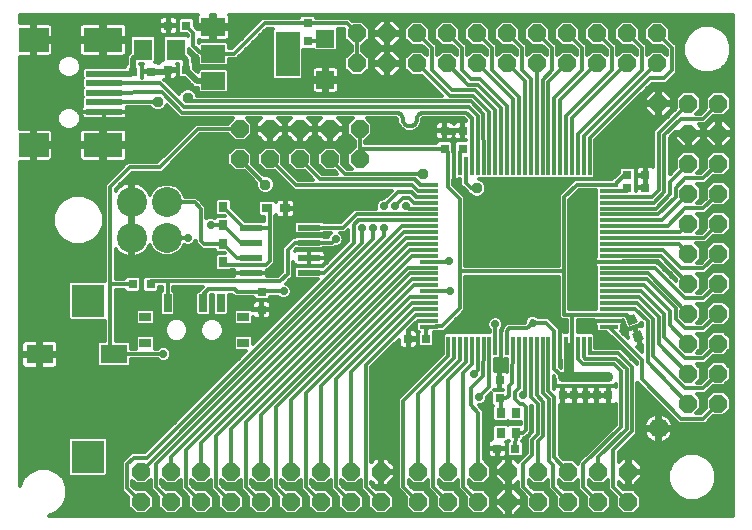
<source format=gtl>
G75*
G70*
%OFA0B0*%
%FSLAX24Y24*%
%IPPOS*%
%LPD*%
%AMOC8*
5,1,8,0,0,1.08239X$1,22.5*
%
%ADD10R,0.0118X0.0630*%
%ADD11R,0.0630X0.0118*%
%ADD12R,0.0315X0.0315*%
%ADD13R,0.0315X0.0315*%
%ADD14R,0.0906X0.0630*%
%ADD15R,0.0984X0.0787*%
%ADD16R,0.1299X0.0787*%
%ADD17R,0.1220X0.0197*%
%ADD18R,0.1095X0.1095*%
%ADD19R,0.0790X0.0590*%
%ADD20R,0.0790X0.1500*%
%ADD21R,0.0780X0.0210*%
%ADD22C,0.1000*%
%ADD23OC8,0.0591*%
%ADD24OC8,0.0600*%
%ADD25R,0.0315X0.0354*%
%ADD26C,0.0660*%
%ADD27R,0.0591X0.0591*%
%ADD28R,0.0630X0.0709*%
%ADD29R,0.0394X0.0315*%
%ADD30R,0.0276X0.0591*%
%ADD31R,0.0354X0.0315*%
%ADD32C,0.0120*%
%ADD33C,0.0376*%
%ADD34C,0.0270*%
%ADD35C,0.0100*%
%ADD36C,0.0200*%
%ADD37C,0.0320*%
%ADD38C,0.0290*%
D10*
X015088Y006039D03*
X015285Y006039D03*
X015481Y006039D03*
X015678Y006039D03*
X015875Y006039D03*
X016072Y006039D03*
X016269Y006039D03*
X016466Y006039D03*
X016663Y006039D03*
X016859Y006039D03*
X017056Y006039D03*
X017253Y006039D03*
X017450Y006039D03*
X017647Y006039D03*
X017844Y006039D03*
X018041Y006039D03*
X018237Y006039D03*
X018434Y006039D03*
X018631Y006039D03*
X018828Y006039D03*
X019025Y006039D03*
X019222Y006039D03*
X019419Y006039D03*
X019615Y006039D03*
X019812Y006039D03*
X019812Y012023D03*
X019615Y012023D03*
X019419Y012023D03*
X019222Y012023D03*
X019025Y012023D03*
X018828Y012023D03*
X018631Y012023D03*
X018434Y012023D03*
X018237Y012023D03*
X018041Y012023D03*
X017844Y012023D03*
X017647Y012023D03*
X017450Y012023D03*
X017253Y012023D03*
X017056Y012023D03*
X016859Y012023D03*
X016663Y012023D03*
X016466Y012023D03*
X016269Y012023D03*
X016072Y012023D03*
X015875Y012023D03*
X015678Y012023D03*
X015481Y012023D03*
X015285Y012023D03*
X015088Y012023D03*
D11*
X014458Y011393D03*
X014458Y011196D03*
X014458Y011000D03*
X014458Y010803D03*
X014458Y010606D03*
X014458Y010409D03*
X014458Y010212D03*
X014458Y010015D03*
X014458Y009819D03*
X014458Y009622D03*
X014458Y009425D03*
X014458Y009228D03*
X014458Y009031D03*
X014458Y008834D03*
X014458Y008637D03*
X014458Y008441D03*
X014458Y008244D03*
X014458Y008047D03*
X014458Y007850D03*
X014458Y007653D03*
X014458Y007456D03*
X014458Y007259D03*
X014458Y007063D03*
X014458Y006866D03*
X014458Y006669D03*
X020442Y006669D03*
X020442Y006866D03*
X020442Y007063D03*
X020442Y007259D03*
X020442Y007456D03*
X020442Y007653D03*
X020442Y007850D03*
X020442Y008047D03*
X020442Y008244D03*
X020442Y008441D03*
X020442Y008637D03*
X020442Y008834D03*
X020442Y009031D03*
X020442Y009228D03*
X020442Y009425D03*
X020442Y009622D03*
X020442Y009819D03*
X020442Y010015D03*
X020442Y010212D03*
X020442Y010409D03*
X020442Y010606D03*
X020442Y010803D03*
X020442Y011000D03*
X020442Y011196D03*
X020442Y011393D03*
D12*
X021063Y011294D03*
X021663Y011294D03*
X021667Y011719D03*
X021067Y011719D03*
X015575Y012597D03*
X014975Y012595D03*
X014975Y013195D03*
X015575Y013197D03*
X010406Y016180D03*
X010406Y016780D03*
X006366Y016698D03*
X005766Y016698D03*
X005753Y015223D03*
X006353Y015223D03*
X005195Y015159D03*
X004595Y015159D03*
X004574Y008081D03*
X005174Y008081D03*
X008876Y007833D03*
X008876Y007233D03*
X013757Y006257D03*
X014357Y006257D03*
X016812Y004879D03*
X016812Y004279D03*
X018915Y004377D03*
X019291Y004377D03*
X019672Y004377D03*
X020048Y004377D03*
X020424Y004377D03*
X020424Y004977D03*
X020048Y004977D03*
X019672Y004977D03*
X019291Y004977D03*
X018915Y004977D03*
X017334Y002598D03*
X016734Y002598D03*
D13*
G36*
X021313Y006140D02*
X021205Y006434D01*
X021499Y006542D01*
X021607Y006248D01*
X021313Y006140D01*
G37*
G36*
X021108Y006704D02*
X021000Y006998D01*
X021294Y007106D01*
X021402Y006812D01*
X021108Y006704D01*
G37*
D14*
X003953Y005744D03*
X001472Y005744D03*
D15*
X001269Y012717D03*
X001269Y016221D03*
D16*
X003592Y016221D03*
X003592Y012717D03*
D17*
X003631Y013839D03*
X003631Y014154D03*
X003631Y014469D03*
X003631Y014784D03*
X003631Y015099D03*
D18*
X003074Y007535D03*
X003074Y002335D03*
D19*
X007260Y014859D03*
X007260Y015759D03*
X007260Y016659D03*
D20*
X009740Y015769D03*
D21*
X010458Y009969D03*
X010458Y009469D03*
X010458Y008969D03*
X010458Y008469D03*
X008518Y008469D03*
X008518Y008969D03*
X008518Y009469D03*
X008518Y009969D03*
D22*
X005718Y009633D03*
X004536Y009633D03*
X004536Y010814D03*
X005718Y010814D03*
D23*
X008150Y012256D03*
X009150Y012256D03*
X010150Y012256D03*
X011150Y012256D03*
X012150Y012256D03*
X012150Y013256D03*
X011150Y013256D03*
X010150Y013256D03*
X009150Y013256D03*
X008150Y013256D03*
D24*
X012050Y015444D03*
X013050Y015444D03*
X014050Y015444D03*
X015050Y015444D03*
X016050Y015444D03*
X017050Y015444D03*
X018050Y015444D03*
X019050Y015444D03*
X020050Y015444D03*
X021050Y015444D03*
X022050Y015444D03*
X022050Y016444D03*
X021050Y016444D03*
X020050Y016444D03*
X019050Y016444D03*
X018050Y016444D03*
X017050Y016444D03*
X016050Y016444D03*
X015050Y016444D03*
X014050Y016444D03*
X013050Y016444D03*
X012050Y016444D03*
X022101Y014110D03*
X023100Y014106D03*
X024100Y014106D03*
X024100Y013106D03*
X023100Y013106D03*
X023100Y012106D03*
X024100Y012106D03*
X024100Y011106D03*
X023100Y011106D03*
X023100Y010106D03*
X024100Y010106D03*
X024100Y009106D03*
X023100Y009106D03*
X023100Y008106D03*
X024100Y008106D03*
X024100Y007106D03*
X023100Y007106D03*
X023100Y006106D03*
X024100Y006106D03*
X024100Y005106D03*
X023100Y005106D03*
X023100Y004106D03*
X024100Y004106D03*
X021100Y001831D03*
X020100Y001831D03*
X019100Y001831D03*
X018100Y001831D03*
X017100Y001831D03*
X016100Y001831D03*
X015100Y001831D03*
X014100Y001831D03*
X012850Y001831D03*
X011850Y001831D03*
X010850Y001831D03*
X009850Y001831D03*
X008850Y001831D03*
X007850Y001831D03*
X006850Y001831D03*
X005850Y001831D03*
X004850Y001831D03*
X004850Y000831D03*
X005850Y000831D03*
X006850Y000831D03*
X007850Y000831D03*
X008850Y000831D03*
X009850Y000831D03*
X010850Y000831D03*
X011850Y000831D03*
X012850Y000831D03*
X014100Y000831D03*
X015100Y000831D03*
X016100Y000831D03*
X017100Y000831D03*
X018100Y000831D03*
X019100Y000831D03*
X020100Y000831D03*
X021100Y000831D03*
D25*
X017337Y003126D03*
X016845Y003126D03*
X016845Y003776D03*
X017337Y003776D03*
X007599Y008810D03*
X007599Y009410D03*
X007599Y010060D03*
X007599Y010660D03*
D26*
X022104Y003273D03*
D27*
X011000Y014892D03*
X011000Y016270D03*
D28*
X006016Y015904D03*
X004914Y015904D03*
D29*
X004994Y006991D03*
X004994Y006125D03*
X008262Y006125D03*
X008262Y006991D03*
D30*
X007514Y007444D03*
X006923Y007444D03*
X005742Y007444D03*
D31*
X009062Y010610D03*
X009662Y010610D03*
D32*
X000809Y012163D02*
X000809Y001345D01*
X000920Y001613D01*
X001146Y001839D01*
X001440Y001961D01*
X001758Y001961D01*
X002053Y001839D01*
X002278Y001613D01*
X002400Y001319D01*
X002400Y001001D01*
X002278Y000707D01*
X002053Y000481D01*
X001784Y000370D01*
X024570Y000370D01*
X024570Y017066D01*
X007769Y017066D01*
X007783Y017052D01*
X007804Y017015D01*
X007815Y016975D01*
X007815Y016719D01*
X007320Y016719D01*
X007200Y016719D01*
X007200Y017066D01*
X007320Y017066D01*
X007320Y016719D01*
X007320Y016599D01*
X007815Y016599D01*
X007815Y016343D01*
X007804Y016302D01*
X007783Y016265D01*
X007753Y016236D01*
X007717Y016215D01*
X007676Y016204D01*
X007320Y016204D01*
X007320Y016599D01*
X007200Y016599D01*
X006720Y016599D01*
X006643Y016675D01*
X006643Y016906D01*
X006573Y016976D01*
X006158Y016976D01*
X006088Y016906D01*
X006088Y016491D01*
X006158Y016421D01*
X006388Y016421D01*
X006419Y016390D01*
X006419Y016340D01*
X006381Y016378D01*
X005652Y016378D01*
X005581Y016308D01*
X005581Y015541D01*
X005574Y015541D01*
X005534Y015530D01*
X005497Y015509D01*
X005468Y015479D01*
X005448Y015446D01*
X005414Y015466D01*
X005374Y015477D01*
X005326Y015477D01*
X005349Y015500D01*
X005349Y016308D01*
X005279Y016378D01*
X004549Y016378D01*
X004479Y016308D01*
X004479Y015780D01*
X004375Y015676D01*
X004375Y015424D01*
X004318Y015366D01*
X004318Y015319D01*
X003540Y015319D01*
X003538Y015317D01*
X002971Y015317D01*
X002901Y015247D01*
X002901Y014950D01*
X002910Y014941D01*
X002901Y014932D01*
X002901Y014635D01*
X002910Y014626D01*
X002901Y014617D01*
X002901Y014320D01*
X002910Y014311D01*
X002901Y014302D01*
X002901Y014043D01*
X002893Y014035D01*
X002872Y013999D01*
X002861Y013958D01*
X002861Y013839D01*
X003631Y013839D01*
X003631Y013839D01*
X004401Y013839D01*
X004401Y013958D01*
X004397Y013975D01*
X005168Y013977D01*
X005250Y013895D01*
X005364Y013848D01*
X005486Y013848D01*
X005600Y013895D01*
X005686Y013982D01*
X005715Y014052D01*
X006150Y013618D01*
X007924Y013618D01*
X007743Y013436D01*
X006683Y013436D01*
X006578Y013331D01*
X006578Y013331D01*
X005400Y012152D01*
X004400Y012152D01*
X003749Y011502D01*
X003644Y011397D01*
X003644Y008202D01*
X002477Y008202D01*
X002407Y008132D01*
X002407Y006938D01*
X002477Y006868D01*
X003644Y006868D01*
X003644Y006179D01*
X003450Y006179D01*
X003380Y006108D01*
X003380Y005379D01*
X003450Y005309D01*
X004455Y005309D01*
X004525Y005379D01*
X004525Y005577D01*
X004796Y005577D01*
X005405Y005576D01*
X005450Y005531D01*
X005547Y005491D01*
X005653Y005491D01*
X005750Y005531D01*
X005825Y005606D01*
X005865Y005703D01*
X005865Y005809D01*
X005825Y005906D01*
X005750Y005981D01*
X005653Y006021D01*
X005547Y006021D01*
X005450Y005981D01*
X005406Y005936D01*
X005311Y005937D01*
X005311Y006332D01*
X005241Y006402D01*
X004748Y006402D01*
X004677Y006332D01*
X004677Y005937D01*
X004525Y005937D01*
X004525Y006108D01*
X004455Y006179D01*
X004004Y006179D01*
X004004Y007901D01*
X004297Y007901D01*
X004297Y007873D01*
X004367Y007803D01*
X004781Y007803D01*
X004851Y007873D01*
X004851Y008288D01*
X004781Y008358D01*
X004367Y008358D01*
X004297Y008288D01*
X004297Y008261D01*
X004004Y008261D01*
X004004Y009243D01*
X004039Y009197D01*
X004100Y009136D01*
X004169Y009083D01*
X004244Y009040D01*
X004324Y009007D01*
X004407Y008984D01*
X004493Y008973D01*
X004498Y008973D01*
X004498Y009594D01*
X004575Y009594D01*
X004575Y008973D01*
X004580Y008973D01*
X004665Y008984D01*
X004749Y009007D01*
X004829Y009040D01*
X004904Y009083D01*
X004972Y009136D01*
X005034Y009197D01*
X005086Y009265D01*
X005130Y009340D01*
X005149Y009386D01*
X005192Y009282D01*
X005366Y009107D01*
X005594Y009013D01*
X005841Y009013D01*
X006069Y009107D01*
X006243Y009282D01*
X006293Y009402D01*
X006371Y009370D01*
X006477Y009370D01*
X006574Y009410D01*
X006649Y009485D01*
X006669Y009534D01*
X006669Y009448D01*
X006775Y009343D01*
X006887Y009230D01*
X007322Y009230D01*
X007322Y009183D01*
X007392Y009113D01*
X007642Y009113D01*
X007647Y009107D01*
X007392Y009107D01*
X007322Y009037D01*
X007322Y008583D01*
X007392Y008513D01*
X007806Y008513D01*
X007848Y008555D01*
X007968Y008555D01*
X007968Y008469D01*
X008517Y008469D01*
X008517Y008469D01*
X007968Y008469D01*
X007968Y008352D01*
X005387Y008352D01*
X005381Y008358D01*
X004967Y008358D01*
X004897Y008288D01*
X004897Y007873D01*
X004967Y007803D01*
X005381Y007803D01*
X005451Y007873D01*
X005451Y007993D01*
X005562Y007993D01*
X005562Y007859D01*
X005555Y007859D01*
X005485Y007789D01*
X005485Y007099D01*
X005555Y007029D01*
X005930Y007029D01*
X006000Y007099D01*
X006000Y007789D01*
X005930Y007859D01*
X005922Y007859D01*
X005922Y007993D01*
X006927Y007993D01*
X006849Y007914D01*
X006794Y007859D01*
X006736Y007859D01*
X006666Y007789D01*
X006666Y007099D01*
X006736Y007029D01*
X007111Y007029D01*
X007181Y007099D01*
X007181Y007730D01*
X007256Y007730D01*
X007256Y007099D01*
X007326Y007029D01*
X007701Y007029D01*
X007772Y007099D01*
X007772Y007730D01*
X007900Y007730D01*
X007977Y007653D01*
X008599Y007653D01*
X008599Y007625D01*
X008669Y007555D01*
X009083Y007555D01*
X009153Y007625D01*
X009153Y007663D01*
X009411Y007663D01*
X009456Y007618D01*
X009553Y007578D01*
X009659Y007578D01*
X009756Y007618D01*
X009831Y007692D01*
X009871Y007790D01*
X009871Y007895D01*
X009831Y007993D01*
X009756Y008067D01*
X009680Y008099D01*
X009917Y008335D01*
X009917Y008808D01*
X009918Y008802D01*
X009939Y008765D01*
X009969Y008736D01*
X010006Y008715D01*
X010046Y008704D01*
X010457Y008704D01*
X010457Y008969D01*
X010457Y009234D01*
X010046Y009234D01*
X010006Y009223D01*
X009972Y009203D01*
X010015Y009246D01*
X010018Y009244D01*
X010897Y009244D01*
X010942Y009289D01*
X011307Y009289D01*
X011326Y009308D01*
X011389Y009308D01*
X011487Y009348D01*
X011561Y009422D01*
X011602Y009520D01*
X011602Y009625D01*
X011561Y009723D01*
X011495Y009789D01*
X011670Y009789D01*
X011757Y009875D01*
X011757Y009522D01*
X010913Y008678D01*
X010897Y008694D01*
X010018Y008694D01*
X009948Y008623D01*
X009948Y008314D01*
X010018Y008244D01*
X010741Y008244D01*
X008579Y006082D01*
X008579Y006332D01*
X008509Y006402D01*
X008015Y006402D01*
X007945Y006332D01*
X007945Y005918D01*
X008015Y005847D01*
X008345Y005847D01*
X004975Y002477D01*
X004537Y002477D01*
X004312Y002252D01*
X004207Y002147D01*
X004207Y001298D01*
X004206Y001224D01*
X004207Y001223D01*
X004259Y001170D01*
X004430Y000998D01*
X004430Y000657D01*
X004676Y000411D01*
X005024Y000411D01*
X005270Y000657D01*
X005270Y001005D01*
X005024Y001251D01*
X004686Y001251D01*
X004567Y001372D01*
X004567Y001521D01*
X004676Y001411D01*
X005024Y001411D01*
X005169Y001556D01*
X005169Y001335D01*
X005169Y001261D01*
X005169Y001261D01*
X005169Y001260D01*
X005222Y001208D01*
X005430Y000998D01*
X005430Y000657D01*
X005676Y000411D01*
X006024Y000411D01*
X006270Y000657D01*
X006270Y001005D01*
X006024Y001251D01*
X005686Y001251D01*
X005529Y001409D01*
X005529Y001558D01*
X005676Y001411D01*
X006024Y001411D01*
X006169Y001556D01*
X006169Y001335D01*
X006169Y001261D01*
X006169Y001261D01*
X006169Y001260D01*
X006222Y001208D01*
X006430Y000998D01*
X006430Y000657D01*
X006676Y000411D01*
X007024Y000411D01*
X007270Y000657D01*
X007270Y001005D01*
X007024Y001251D01*
X006686Y001251D01*
X006529Y001409D01*
X006529Y001558D01*
X006676Y001411D01*
X007024Y001411D01*
X007169Y001556D01*
X007169Y001335D01*
X007169Y001261D01*
X007169Y001261D01*
X007169Y001260D01*
X007222Y001208D01*
X007430Y000998D01*
X007430Y000657D01*
X007676Y000411D01*
X008024Y000411D01*
X008270Y000657D01*
X008270Y001005D01*
X008024Y001251D01*
X007686Y001251D01*
X007529Y001409D01*
X007529Y001558D01*
X007676Y001411D01*
X008024Y001411D01*
X008169Y001556D01*
X008169Y001335D01*
X008169Y001261D01*
X008169Y001261D01*
X008169Y001260D01*
X008222Y001208D01*
X008430Y000998D01*
X008430Y000657D01*
X008676Y000411D01*
X009024Y000411D01*
X009270Y000657D01*
X009270Y001005D01*
X009024Y001251D01*
X008686Y001251D01*
X008529Y001409D01*
X008529Y001558D01*
X008676Y001411D01*
X009024Y001411D01*
X009169Y001556D01*
X009169Y001335D01*
X009169Y001261D01*
X009169Y001261D01*
X009169Y001260D01*
X009222Y001208D01*
X009430Y000998D01*
X009430Y000657D01*
X009676Y000411D01*
X010024Y000411D01*
X010270Y000657D01*
X010270Y001005D01*
X010024Y001251D01*
X009686Y001251D01*
X009529Y001409D01*
X009529Y001558D01*
X009676Y001411D01*
X010024Y001411D01*
X010169Y001556D01*
X010169Y001335D01*
X010169Y001261D01*
X010169Y001261D01*
X010169Y001260D01*
X010222Y001208D01*
X010430Y000998D01*
X010430Y000657D01*
X010676Y000411D01*
X011024Y000411D01*
X011270Y000657D01*
X011270Y001005D01*
X011024Y001251D01*
X010686Y001251D01*
X010529Y001409D01*
X010529Y001558D01*
X010676Y001411D01*
X011024Y001411D01*
X011169Y001556D01*
X011169Y001335D01*
X011169Y001261D01*
X011169Y001261D01*
X011169Y001260D01*
X011222Y001208D01*
X011430Y000998D01*
X011430Y000657D01*
X011676Y000411D01*
X012024Y000411D01*
X012270Y000657D01*
X012270Y001005D01*
X012024Y001251D01*
X011686Y001251D01*
X011529Y001409D01*
X011529Y001558D01*
X011676Y001411D01*
X012024Y001411D01*
X012169Y001556D01*
X012169Y001335D01*
X012169Y001261D01*
X012169Y001261D01*
X012169Y001260D01*
X012222Y001208D01*
X012430Y000998D01*
X012430Y000657D01*
X012676Y000411D01*
X013024Y000411D01*
X013270Y000657D01*
X013270Y001005D01*
X013024Y001251D01*
X012686Y001251D01*
X012529Y001409D01*
X012529Y001501D01*
X012659Y001371D01*
X012810Y001371D01*
X012810Y001791D01*
X012890Y001791D01*
X012890Y001371D01*
X013041Y001371D01*
X013310Y001641D01*
X013310Y001791D01*
X012890Y001791D01*
X012890Y001871D01*
X013310Y001871D01*
X013310Y002022D01*
X013041Y002291D01*
X012890Y002291D01*
X012890Y001871D01*
X012810Y001871D01*
X012810Y002291D01*
X012659Y002291D01*
X012529Y002161D01*
X012529Y005323D01*
X013440Y006233D01*
X013440Y006078D01*
X013450Y006037D01*
X013471Y006001D01*
X013501Y005971D01*
X013538Y005950D01*
X013578Y005939D01*
X013738Y005939D01*
X013738Y006238D01*
X013776Y006238D01*
X013776Y006275D01*
X014074Y006275D01*
X014074Y006435D01*
X014064Y006476D01*
X014043Y006512D01*
X014013Y006542D01*
X013976Y006563D01*
X013936Y006574D01*
X013780Y006574D01*
X013985Y006779D01*
X013994Y006745D01*
X014015Y006708D01*
X014023Y006700D01*
X014023Y006560D01*
X014093Y006490D01*
X014106Y006490D01*
X014080Y006464D01*
X014080Y006049D01*
X014150Y005979D01*
X014564Y005979D01*
X014634Y006049D01*
X014634Y006464D01*
X014608Y006490D01*
X014823Y006490D01*
X014825Y006492D01*
X014875Y006493D01*
X014949Y006493D01*
X014950Y006493D01*
X014951Y006493D01*
X015002Y006546D01*
X015549Y007093D01*
X015654Y007198D01*
X015654Y008330D01*
X018769Y008330D01*
X018769Y006988D01*
X018875Y006883D01*
X019042Y006883D01*
X019042Y006474D01*
X018993Y006474D01*
X018985Y006482D01*
X018949Y006503D01*
X018908Y006514D01*
X018828Y006514D01*
X018828Y006039D01*
X018828Y006039D01*
X018827Y006532D01*
X018900Y006744D01*
X019042Y006790D02*
X018618Y006790D01*
X018534Y006874D02*
X018429Y006979D01*
X018093Y006979D01*
X018057Y007015D01*
X017963Y007054D01*
X017861Y007054D01*
X017768Y007015D01*
X017696Y006943D01*
X017657Y006850D01*
X017657Y006799D01*
X017649Y006790D01*
X017168Y006790D01*
X017153Y006800D01*
X017095Y006790D01*
X017037Y006790D01*
X017024Y006777D01*
X017006Y006774D01*
X016973Y006726D01*
X016932Y006685D01*
X016932Y006666D01*
X016917Y006644D01*
X016900Y006628D01*
X016927Y006694D01*
X016927Y006799D01*
X016887Y006897D01*
X016813Y006971D01*
X016715Y007012D01*
X016610Y007012D01*
X016512Y006971D01*
X016438Y006897D01*
X016398Y006799D01*
X016398Y006694D01*
X016438Y006596D01*
X016482Y006552D01*
X016482Y006474D01*
X014979Y006474D01*
X014909Y006404D01*
X014909Y006115D01*
X014908Y006114D01*
X014907Y005748D01*
X013525Y004365D01*
X013419Y004260D01*
X013419Y001335D01*
X013419Y001261D01*
X013419Y001261D01*
X013419Y001260D01*
X013472Y001208D01*
X013680Y000998D01*
X013680Y000657D01*
X013926Y000411D01*
X014274Y000411D01*
X014520Y000657D01*
X014520Y001005D01*
X014274Y001251D01*
X013936Y001251D01*
X013779Y001409D01*
X013779Y001558D01*
X013926Y001411D01*
X014274Y001411D01*
X014419Y001556D01*
X014419Y001335D01*
X014419Y001261D01*
X014419Y001261D01*
X014419Y001260D01*
X014472Y001208D01*
X014680Y000998D01*
X014680Y000657D01*
X014926Y000411D01*
X015274Y000411D01*
X015520Y000657D01*
X015520Y001005D01*
X015274Y001251D01*
X014936Y001251D01*
X014779Y001409D01*
X014779Y001558D01*
X014926Y001411D01*
X015274Y001411D01*
X015419Y001556D01*
X015419Y001335D01*
X015419Y001261D01*
X015419Y001261D01*
X015419Y001260D01*
X015472Y001208D01*
X015680Y000998D01*
X015680Y000657D01*
X015926Y000411D01*
X016274Y000411D01*
X016520Y000657D01*
X016520Y001005D01*
X016274Y001251D01*
X015936Y001251D01*
X015779Y001409D01*
X015779Y001558D01*
X015926Y001411D01*
X016274Y001411D01*
X016520Y001657D01*
X016520Y002005D01*
X016280Y002245D01*
X016279Y003796D01*
X016279Y003872D01*
X016279Y003872D01*
X016279Y003872D01*
X016226Y003925D01*
X016107Y004044D01*
X016178Y004044D01*
X016275Y004084D01*
X016350Y004159D01*
X016390Y004256D01*
X016390Y004321D01*
X016535Y004468D01*
X016535Y004071D01*
X016585Y004021D01*
X016567Y004003D01*
X016567Y003549D01*
X016638Y003479D01*
X017052Y003479D01*
X017091Y003518D01*
X017130Y003479D01*
X017505Y003479D01*
X017505Y003423D01*
X017130Y003423D01*
X017091Y003385D01*
X017052Y003423D01*
X016638Y003423D01*
X016567Y003353D01*
X016279Y003353D01*
X016279Y003235D02*
X016567Y003235D01*
X016567Y003353D02*
X016567Y002915D01*
X016556Y002915D01*
X016515Y002904D01*
X016479Y002883D01*
X016449Y002853D01*
X016428Y002817D01*
X016417Y002776D01*
X016417Y002616D01*
X016716Y002616D01*
X016716Y002579D01*
X016753Y002579D01*
X016753Y002280D01*
X016898Y002280D01*
X016640Y002022D01*
X016640Y001871D01*
X017060Y001871D01*
X017060Y001791D01*
X017140Y001791D01*
X017140Y001371D01*
X017291Y001371D01*
X017419Y001500D01*
X017419Y001335D01*
X017419Y001261D01*
X017419Y001261D01*
X017419Y001260D01*
X017472Y001208D01*
X017680Y000998D01*
X017680Y000657D01*
X017926Y000411D01*
X018274Y000411D01*
X018520Y000657D01*
X018520Y001005D01*
X018274Y001251D01*
X017936Y001251D01*
X017779Y001409D01*
X017779Y001558D01*
X017926Y001411D01*
X018274Y001411D01*
X018419Y001556D01*
X018419Y001335D01*
X018419Y001261D01*
X018419Y001261D01*
X018419Y001260D01*
X018472Y001208D01*
X018680Y000998D01*
X018680Y000657D01*
X018926Y000411D01*
X019274Y000411D01*
X019520Y000657D01*
X019520Y001005D01*
X019274Y001251D01*
X018936Y001251D01*
X018779Y001409D01*
X018779Y001558D01*
X018926Y001411D01*
X019274Y001411D01*
X019421Y001558D01*
X019421Y001255D01*
X019680Y000997D01*
X019680Y000657D01*
X019926Y000411D01*
X020274Y000411D01*
X020520Y000657D01*
X020520Y001005D01*
X020274Y001251D01*
X019935Y001251D01*
X019781Y001405D01*
X019781Y001556D01*
X019926Y001411D01*
X020274Y001411D01*
X020420Y001557D01*
X020420Y001256D01*
X020680Y000997D01*
X020680Y000657D01*
X020926Y000411D01*
X021274Y000411D01*
X021520Y000657D01*
X021520Y001005D01*
X021274Y001251D01*
X020935Y001251D01*
X020780Y001406D01*
X020780Y001500D01*
X020909Y001371D01*
X021060Y001371D01*
X021060Y001791D01*
X021140Y001791D01*
X021140Y001371D01*
X021291Y001371D01*
X021560Y001641D01*
X021560Y001791D01*
X021140Y001791D01*
X021140Y001871D01*
X021560Y001871D01*
X021560Y002022D01*
X021291Y002291D01*
X021140Y002291D01*
X021140Y001871D01*
X021060Y001871D01*
X021060Y002291D01*
X020909Y002291D01*
X020780Y002162D01*
X020780Y002480D01*
X021398Y003098D01*
X021398Y004806D01*
X021475Y004730D01*
X022787Y003418D01*
X023586Y003418D01*
X023660Y003417D01*
X023661Y003418D01*
X023714Y003470D01*
X023932Y003686D01*
X024274Y003686D01*
X024520Y003932D01*
X024520Y004280D01*
X024274Y004526D01*
X023926Y004526D01*
X023680Y004280D01*
X023680Y003943D01*
X023513Y003777D01*
X023365Y003777D01*
X023520Y003932D01*
X023520Y004280D01*
X023370Y004430D01*
X023599Y004430D01*
X023673Y004430D01*
X023674Y004430D01*
X023726Y004482D01*
X023932Y004686D01*
X024274Y004686D01*
X024520Y004932D01*
X024520Y005280D01*
X024274Y005526D01*
X023926Y005526D01*
X023680Y005280D01*
X023680Y004943D01*
X023525Y004790D01*
X023378Y004790D01*
X023520Y004932D01*
X023520Y005280D01*
X023370Y005430D01*
X023599Y005430D01*
X023673Y005430D01*
X023674Y005430D01*
X023726Y005482D01*
X023932Y005686D01*
X024274Y005686D01*
X024520Y005932D01*
X024520Y006280D01*
X024274Y006526D01*
X023926Y006526D01*
X023680Y006280D01*
X023680Y005943D01*
X023525Y005790D01*
X023378Y005790D01*
X023520Y005932D01*
X023520Y006280D01*
X023370Y006430D01*
X023599Y006430D01*
X023673Y006430D01*
X023674Y006430D01*
X023726Y006482D01*
X023932Y006686D01*
X024274Y006686D01*
X024520Y006932D01*
X024520Y007280D01*
X024274Y007526D01*
X023926Y007526D01*
X023680Y007280D01*
X023680Y006943D01*
X023525Y006790D01*
X023378Y006790D01*
X023520Y006932D01*
X023520Y007280D01*
X023370Y007430D01*
X023599Y007430D01*
X023673Y007430D01*
X023674Y007430D01*
X023726Y007482D01*
X023932Y007686D01*
X024274Y007686D01*
X024520Y007932D01*
X024520Y008280D01*
X024274Y008526D01*
X023926Y008526D01*
X023680Y008280D01*
X023680Y007943D01*
X023525Y007790D01*
X023378Y007790D01*
X023520Y007932D01*
X023520Y008280D01*
X023370Y008430D01*
X023599Y008430D01*
X023673Y008430D01*
X023674Y008430D01*
X023726Y008482D01*
X023932Y008686D01*
X024274Y008686D01*
X024520Y008932D01*
X024520Y009280D01*
X024274Y009526D01*
X023926Y009526D01*
X023680Y009280D01*
X023680Y008943D01*
X023525Y008790D01*
X023378Y008790D01*
X023520Y008932D01*
X023520Y009280D01*
X023358Y009442D01*
X023690Y009442D01*
X023935Y009686D01*
X024274Y009686D01*
X024520Y009932D01*
X024520Y010280D01*
X024274Y010526D01*
X023926Y010526D01*
X023680Y010280D01*
X023680Y009941D01*
X023541Y009802D01*
X023390Y009802D01*
X023520Y009932D01*
X023520Y010280D01*
X023370Y010430D01*
X023599Y010430D01*
X023673Y010430D01*
X023674Y010430D01*
X023726Y010482D01*
X023932Y010686D01*
X024274Y010686D01*
X024520Y010932D01*
X024520Y011280D01*
X024274Y011526D01*
X023926Y011526D01*
X023680Y011280D01*
X023680Y010943D01*
X023525Y010790D01*
X023378Y010790D01*
X023520Y010932D01*
X023520Y011280D01*
X023370Y011430D01*
X023599Y011430D01*
X023673Y011430D01*
X023674Y011430D01*
X023726Y011482D01*
X023932Y011686D01*
X024274Y011686D01*
X024520Y011932D01*
X024520Y012280D01*
X024274Y012526D01*
X023926Y012526D01*
X023680Y012280D01*
X023680Y011943D01*
X023525Y011790D01*
X023378Y011790D01*
X023520Y011932D01*
X023520Y012280D01*
X023274Y012526D01*
X022926Y012526D01*
X022680Y012280D01*
X022680Y011943D01*
X022479Y011744D01*
X022479Y012969D01*
X022656Y013146D01*
X023060Y013146D01*
X023060Y013066D01*
X023140Y013066D01*
X023140Y012646D01*
X023291Y012646D01*
X023560Y012916D01*
X023560Y013066D01*
X023140Y013066D01*
X023140Y013146D01*
X023560Y013146D01*
X023560Y013297D01*
X023447Y013410D01*
X023658Y013410D01*
X023764Y013515D01*
X023935Y013686D01*
X024274Y013686D01*
X024520Y013932D01*
X024520Y014280D01*
X024274Y014526D01*
X023926Y014526D01*
X023680Y014280D01*
X023680Y013941D01*
X023509Y013770D01*
X023358Y013770D01*
X023520Y013932D01*
X023520Y014280D01*
X023274Y014526D01*
X022926Y014526D01*
X022680Y014280D01*
X022680Y013941D01*
X021932Y013192D01*
X021932Y011995D01*
X021923Y012004D01*
X021886Y012025D01*
X021846Y012036D01*
X021686Y012036D01*
X021686Y011737D01*
X021648Y011737D01*
X021648Y011700D01*
X021350Y011700D01*
X021350Y011540D01*
X021357Y011514D01*
X021356Y011513D01*
X021346Y011473D01*
X021346Y011313D01*
X021644Y011313D01*
X021644Y011275D01*
X021346Y011275D01*
X021346Y011180D01*
X021340Y011180D01*
X021340Y011501D01*
X021337Y011504D01*
X021344Y011511D01*
X021344Y011926D01*
X021274Y011996D01*
X020860Y011996D01*
X020790Y011926D01*
X020790Y011799D01*
X020784Y011793D01*
X020564Y011573D01*
X019295Y011573D01*
X018875Y011152D01*
X018875Y011152D01*
X018769Y011047D01*
X018769Y008690D01*
X015654Y008690D01*
X015654Y010997D01*
X015549Y011102D01*
X015267Y011384D01*
X015267Y011548D01*
X015285Y011548D01*
X015365Y011548D01*
X015405Y011559D01*
X015442Y011580D01*
X015450Y011588D01*
X015498Y011588D01*
X015498Y011531D01*
X015497Y011530D01*
X015497Y011456D01*
X015497Y011382D01*
X015498Y011382D01*
X015498Y011381D01*
X015550Y011329D01*
X015603Y011276D01*
X015727Y011153D01*
X015780Y011100D01*
X015795Y011100D01*
X015875Y011019D01*
X015989Y010972D01*
X016111Y010972D01*
X016225Y011019D01*
X016311Y011106D01*
X016358Y011219D01*
X016358Y011342D01*
X016311Y011455D01*
X016225Y011542D01*
X016112Y011588D01*
X019921Y011588D01*
X019991Y011659D01*
X019991Y011948D01*
X019992Y011949D01*
X019991Y012873D01*
X021886Y014768D01*
X022361Y014768D01*
X022624Y015030D01*
X022729Y015135D01*
X022729Y015873D01*
X022729Y015873D01*
X022729Y015948D01*
X022729Y016022D01*
X022729Y016022D01*
X022729Y016023D01*
X022676Y016075D01*
X022624Y016127D01*
X022623Y016127D01*
X022470Y016280D01*
X022470Y016618D01*
X022224Y016864D01*
X021876Y016864D01*
X021630Y016618D01*
X021630Y016270D01*
X021876Y016024D01*
X022217Y016024D01*
X022369Y015873D01*
X022369Y015718D01*
X022224Y015864D01*
X021876Y015864D01*
X021729Y015717D01*
X021729Y015873D01*
X021729Y015873D01*
X021729Y015948D01*
X021729Y016022D01*
X021729Y016022D01*
X021729Y016023D01*
X021676Y016075D01*
X021624Y016127D01*
X021623Y016127D01*
X021470Y016280D01*
X021470Y016618D01*
X021224Y016864D01*
X020876Y016864D01*
X020630Y016618D01*
X020630Y016270D01*
X020876Y016024D01*
X021217Y016024D01*
X021369Y015873D01*
X021369Y015718D01*
X021224Y015864D01*
X020876Y015864D01*
X020729Y015717D01*
X020729Y015873D01*
X020729Y015873D01*
X020729Y015948D01*
X020729Y016022D01*
X020729Y016022D01*
X020729Y016023D01*
X020676Y016075D01*
X020624Y016127D01*
X020623Y016127D01*
X020470Y016280D01*
X020470Y016618D01*
X020224Y016864D01*
X019876Y016864D01*
X019630Y016618D01*
X019630Y016270D01*
X019876Y016024D01*
X020217Y016024D01*
X020369Y015873D01*
X020369Y015718D01*
X020224Y015864D01*
X019876Y015864D01*
X019729Y015717D01*
X019729Y015873D01*
X019729Y015873D01*
X019729Y015948D01*
X019729Y016022D01*
X019729Y016022D01*
X019729Y016023D01*
X019676Y016075D01*
X019624Y016127D01*
X019623Y016127D01*
X019470Y016280D01*
X019470Y016618D01*
X019224Y016864D01*
X018876Y016864D01*
X018630Y016618D01*
X018630Y016270D01*
X018876Y016024D01*
X019217Y016024D01*
X019369Y015873D01*
X019369Y015718D01*
X019224Y015864D01*
X018876Y015864D01*
X018729Y015717D01*
X018729Y015873D01*
X018729Y015873D01*
X018729Y015948D01*
X018729Y016022D01*
X018729Y016022D01*
X018729Y016023D01*
X018676Y016075D01*
X018624Y016127D01*
X018623Y016127D01*
X018470Y016280D01*
X018470Y016618D01*
X018224Y016864D01*
X017876Y016864D01*
X017630Y016618D01*
X017630Y016270D01*
X017876Y016024D01*
X018217Y016024D01*
X018369Y015873D01*
X018369Y015718D01*
X018224Y015864D01*
X017876Y015864D01*
X017729Y015717D01*
X017729Y015873D01*
X017729Y015873D01*
X017729Y015948D01*
X017729Y016022D01*
X017729Y016022D01*
X017729Y016023D01*
X017676Y016075D01*
X017624Y016127D01*
X017623Y016127D01*
X017470Y016280D01*
X017470Y016618D01*
X017224Y016864D01*
X016876Y016864D01*
X016630Y016618D01*
X016630Y016270D01*
X016876Y016024D01*
X017217Y016024D01*
X017369Y015873D01*
X017369Y015718D01*
X017224Y015864D01*
X016876Y015864D01*
X016729Y015717D01*
X016729Y015873D01*
X016729Y015873D01*
X016729Y015948D01*
X016729Y016022D01*
X016729Y016022D01*
X016729Y016023D01*
X016676Y016075D01*
X016624Y016127D01*
X016623Y016127D01*
X016470Y016280D01*
X016470Y016618D01*
X016224Y016864D01*
X015876Y016864D01*
X015630Y016618D01*
X015630Y016270D01*
X015876Y016024D01*
X016217Y016024D01*
X016369Y015873D01*
X016369Y015718D01*
X016224Y015864D01*
X015876Y015864D01*
X015729Y015717D01*
X015729Y015873D01*
X015729Y015873D01*
X015729Y015948D01*
X015729Y016022D01*
X015729Y016022D01*
X015729Y016023D01*
X015676Y016075D01*
X015624Y016127D01*
X015623Y016127D01*
X015470Y016280D01*
X015470Y016618D01*
X015224Y016864D01*
X014876Y016864D01*
X014630Y016618D01*
X014630Y016270D01*
X014876Y016024D01*
X015217Y016024D01*
X015369Y015873D01*
X015369Y015718D01*
X015224Y015864D01*
X014876Y015864D01*
X014729Y015717D01*
X014729Y015873D01*
X014729Y015873D01*
X014729Y015948D01*
X014729Y016022D01*
X014729Y016022D01*
X014729Y016023D01*
X014676Y016075D01*
X014624Y016127D01*
X014623Y016127D01*
X014470Y016280D01*
X014470Y016618D01*
X014224Y016864D01*
X013876Y016864D01*
X013630Y016618D01*
X013630Y016270D01*
X013876Y016024D01*
X014217Y016024D01*
X014369Y015873D01*
X014369Y015718D01*
X014224Y015864D01*
X013876Y015864D01*
X013630Y015618D01*
X013630Y015270D01*
X013876Y015024D01*
X014216Y015024D01*
X014889Y014352D01*
X006724Y014352D01*
X006724Y014367D01*
X006677Y014481D01*
X006590Y014567D01*
X006477Y014614D01*
X006354Y014614D01*
X006241Y014567D01*
X006154Y014481D01*
X006126Y014413D01*
X005677Y014862D01*
X005677Y014862D01*
X005633Y014906D01*
X005734Y014906D01*
X005734Y015205D01*
X005772Y015205D01*
X005772Y015242D01*
X006071Y015242D01*
X006071Y015402D01*
X006063Y015430D01*
X006076Y015430D01*
X006076Y015016D01*
X006146Y014946D01*
X006319Y014946D01*
X006498Y014767D01*
X006627Y014639D01*
X006745Y014639D01*
X006745Y014514D01*
X006815Y014444D01*
X007705Y014444D01*
X007775Y014514D01*
X007775Y015203D01*
X009225Y015203D01*
X009225Y015085D02*
X007775Y015085D01*
X007775Y015203D02*
X007705Y015274D01*
X006815Y015274D01*
X006745Y015203D01*
X006684Y015203D01*
X006745Y015203D02*
X006745Y015143D01*
X006631Y015257D01*
X006631Y015431D01*
X006573Y015488D01*
X006573Y015658D01*
X006451Y015780D01*
X006451Y015928D01*
X006745Y015635D01*
X006745Y015414D01*
X006815Y015344D01*
X007705Y015344D01*
X007775Y015414D01*
X007775Y015582D01*
X007952Y015583D01*
X008026Y015583D01*
X008027Y015583D01*
X008079Y015636D01*
X009043Y016600D01*
X009256Y016600D01*
X009225Y016568D01*
X009225Y014969D01*
X009295Y014899D01*
X010185Y014899D01*
X010255Y014969D01*
X010255Y015902D01*
X010608Y015902D01*
X010655Y015855D01*
X011345Y015855D01*
X011415Y015925D01*
X011415Y016600D01*
X011630Y016600D01*
X011630Y016270D01*
X011870Y016030D01*
X011870Y015858D01*
X011630Y015618D01*
X011630Y015270D01*
X011876Y015024D01*
X012224Y015024D01*
X012470Y015270D01*
X012470Y015618D01*
X012230Y015858D01*
X012230Y016030D01*
X012470Y016270D01*
X012470Y016618D01*
X012224Y016864D01*
X011885Y016864D01*
X011789Y016960D01*
X010683Y016960D01*
X010683Y016987D01*
X010613Y017057D01*
X010199Y017057D01*
X010129Y016987D01*
X010129Y016960D01*
X008894Y016960D01*
X007877Y015942D01*
X007775Y015942D01*
X007775Y016103D01*
X007705Y016174D01*
X006815Y016174D01*
X006779Y016137D01*
X006779Y016228D01*
X006803Y016215D01*
X006844Y016204D01*
X007200Y016204D01*
X007200Y016599D01*
X007200Y016719D01*
X006705Y016719D01*
X006705Y016975D01*
X006716Y017015D01*
X006737Y017052D01*
X006751Y017066D01*
X000809Y017066D01*
X000809Y016774D01*
X001209Y016774D01*
X001209Y016281D01*
X001329Y016281D01*
X001329Y016774D01*
X001782Y016774D01*
X001823Y016763D01*
X001859Y016742D01*
X001889Y016713D01*
X001910Y016676D01*
X001921Y016635D01*
X001921Y016281D01*
X001329Y016281D01*
X001329Y016161D01*
X001921Y016161D01*
X001921Y015806D01*
X001910Y015765D01*
X001889Y015729D01*
X001859Y015699D01*
X001823Y015678D01*
X001782Y015667D01*
X001329Y015667D01*
X001329Y016161D01*
X001209Y016161D01*
X001209Y015667D01*
X000809Y015667D01*
X000809Y013270D01*
X001209Y013270D01*
X001209Y012777D01*
X001329Y012777D01*
X001329Y013270D01*
X001782Y013270D01*
X001823Y013259D01*
X001859Y013238D01*
X001889Y013209D01*
X001910Y013172D01*
X001921Y013131D01*
X001921Y012777D01*
X001329Y012777D01*
X001329Y012657D01*
X001921Y012657D01*
X001921Y012302D01*
X001910Y012261D01*
X001889Y012225D01*
X001859Y012195D01*
X001823Y012174D01*
X001782Y012163D01*
X001329Y012163D01*
X001329Y012657D01*
X001209Y012657D01*
X001209Y012163D01*
X000809Y012163D01*
X000809Y012122D02*
X004369Y012122D01*
X004340Y012195D02*
X004369Y012225D01*
X004390Y012261D01*
X004401Y012302D01*
X004401Y012657D01*
X003652Y012657D01*
X003652Y012777D01*
X003532Y012777D01*
X003532Y013270D01*
X002921Y013270D01*
X002880Y013259D01*
X002844Y013238D01*
X002814Y013209D01*
X002793Y013172D01*
X002782Y013131D01*
X002782Y012777D01*
X003532Y012777D01*
X003532Y012657D01*
X002782Y012657D01*
X002782Y012302D01*
X002793Y012261D01*
X002814Y012225D01*
X002844Y012195D01*
X002880Y012174D01*
X002921Y012163D01*
X003532Y012163D01*
X003532Y012657D01*
X003652Y012657D01*
X003652Y012163D01*
X004262Y012163D01*
X004303Y012174D01*
X004340Y012195D01*
X004379Y012241D02*
X005488Y012241D01*
X005606Y012359D02*
X004401Y012359D01*
X004401Y012478D02*
X005725Y012478D01*
X005843Y012596D02*
X004401Y012596D01*
X004401Y012777D02*
X004401Y013131D01*
X004390Y013172D01*
X004369Y013209D01*
X004340Y013238D01*
X004303Y013259D01*
X004262Y013270D01*
X003652Y013270D01*
X003652Y012777D01*
X004401Y012777D01*
X004401Y012833D02*
X006080Y012833D01*
X005962Y012715D02*
X003652Y012715D01*
X003652Y012833D02*
X003532Y012833D01*
X003532Y012715D02*
X001329Y012715D01*
X001329Y012833D02*
X001209Y012833D01*
X001209Y012952D02*
X001329Y012952D01*
X001329Y013070D02*
X001209Y013070D01*
X001209Y013189D02*
X001329Y013189D01*
X000809Y013307D02*
X002198Y013307D01*
X002231Y013274D02*
X002373Y013215D01*
X002527Y013215D01*
X002669Y013274D01*
X002778Y013383D01*
X002837Y013525D01*
X002837Y013679D01*
X002778Y013822D01*
X002669Y013931D01*
X002527Y013990D01*
X002373Y013990D01*
X002231Y013931D01*
X002122Y013822D01*
X002063Y013679D01*
X002063Y013525D01*
X002122Y013383D01*
X002231Y013274D01*
X002104Y013426D02*
X000809Y013426D01*
X000809Y013544D02*
X002063Y013544D01*
X002063Y013663D02*
X000809Y013663D01*
X000809Y013781D02*
X002105Y013781D01*
X002200Y013900D02*
X000809Y013900D01*
X000809Y014018D02*
X002883Y014018D01*
X002901Y014137D02*
X000809Y014137D01*
X000809Y014255D02*
X002901Y014255D01*
X002901Y014374D02*
X000809Y014374D01*
X000809Y014492D02*
X002901Y014492D01*
X002901Y014611D02*
X000809Y014611D01*
X000809Y014729D02*
X002901Y014729D01*
X002901Y014848D02*
X000809Y014848D01*
X000809Y014966D02*
X002328Y014966D01*
X002373Y014948D02*
X002527Y014948D01*
X002669Y015007D01*
X002778Y015115D01*
X002837Y015258D01*
X002837Y015412D01*
X002778Y015554D01*
X002669Y015663D01*
X002527Y015722D01*
X002373Y015722D01*
X002231Y015663D01*
X002122Y015554D01*
X002063Y015412D01*
X002063Y015258D01*
X002122Y015115D01*
X002231Y015007D01*
X002373Y014948D01*
X002572Y014966D02*
X002901Y014966D01*
X002901Y015085D02*
X002747Y015085D01*
X002815Y015203D02*
X002901Y015203D01*
X002837Y015322D02*
X004318Y015322D01*
X004375Y015440D02*
X002825Y015440D01*
X002774Y015559D02*
X004375Y015559D01*
X004376Y015677D02*
X004300Y015677D01*
X004303Y015678D02*
X004340Y015699D01*
X004369Y015729D01*
X004390Y015765D01*
X004401Y015806D01*
X004401Y016161D01*
X003652Y016161D01*
X003652Y016281D01*
X003532Y016281D01*
X003532Y016774D01*
X002921Y016774D01*
X002880Y016763D01*
X002844Y016742D01*
X002814Y016713D01*
X002793Y016676D01*
X002782Y016635D01*
X002782Y016281D01*
X003532Y016281D01*
X003532Y016161D01*
X002782Y016161D01*
X002782Y015806D01*
X002793Y015765D01*
X002814Y015729D01*
X002844Y015699D01*
X002880Y015678D01*
X002921Y015667D01*
X003532Y015667D01*
X003532Y016161D01*
X003652Y016161D01*
X003652Y015667D01*
X004262Y015667D01*
X004303Y015678D01*
X004399Y015796D02*
X004479Y015796D01*
X004479Y015914D02*
X004401Y015914D01*
X004401Y016033D02*
X004479Y016033D01*
X004479Y016151D02*
X004401Y016151D01*
X004401Y016281D02*
X004401Y016635D01*
X004390Y016676D01*
X004369Y016713D01*
X004340Y016742D01*
X004303Y016763D01*
X004262Y016774D01*
X003652Y016774D01*
X003652Y016281D01*
X004401Y016281D01*
X004479Y016270D02*
X003652Y016270D01*
X003652Y016388D02*
X003532Y016388D01*
X003532Y016270D02*
X001329Y016270D01*
X001329Y016388D02*
X001209Y016388D01*
X001209Y016507D02*
X001329Y016507D01*
X001329Y016625D02*
X001209Y016625D01*
X001209Y016744D02*
X001329Y016744D01*
X001857Y016744D02*
X002846Y016744D01*
X002782Y016625D02*
X001921Y016625D01*
X001921Y016507D02*
X002782Y016507D01*
X002782Y016388D02*
X001921Y016388D01*
X001921Y016151D02*
X002782Y016151D01*
X002782Y016033D02*
X001921Y016033D01*
X001921Y015914D02*
X002782Y015914D01*
X002785Y015796D02*
X001918Y015796D01*
X001820Y015677D02*
X002265Y015677D01*
X002126Y015559D02*
X000809Y015559D01*
X000809Y015440D02*
X002075Y015440D01*
X002063Y015322D02*
X000809Y015322D01*
X000809Y015203D02*
X002085Y015203D01*
X002153Y015085D02*
X000809Y015085D01*
X001209Y015677D02*
X001329Y015677D01*
X001329Y015796D02*
X001209Y015796D01*
X001209Y015914D02*
X001329Y015914D01*
X001329Y016033D02*
X001209Y016033D01*
X001209Y016151D02*
X001329Y016151D01*
X000809Y016862D02*
X005448Y016862D01*
X005448Y016877D02*
X005448Y016717D01*
X005747Y016717D01*
X005747Y017016D01*
X005587Y017016D01*
X005546Y017005D01*
X005510Y016984D01*
X005480Y016954D01*
X005459Y016918D01*
X005448Y016877D01*
X005506Y016981D02*
X000809Y016981D01*
X002635Y015677D02*
X002883Y015677D01*
X003532Y015677D02*
X003652Y015677D01*
X003652Y015796D02*
X003532Y015796D01*
X003532Y015914D02*
X003652Y015914D01*
X003652Y016033D02*
X003532Y016033D01*
X003532Y016151D02*
X003652Y016151D01*
X003652Y016507D02*
X003532Y016507D01*
X003532Y016625D02*
X003652Y016625D01*
X003652Y016744D02*
X003532Y016744D01*
X004337Y016744D02*
X005448Y016744D01*
X005448Y016680D02*
X005448Y016520D01*
X005459Y016479D01*
X005480Y016443D01*
X005510Y016413D01*
X005546Y016392D01*
X005587Y016381D01*
X005747Y016381D01*
X005747Y016680D01*
X005448Y016680D01*
X005448Y016625D02*
X004401Y016625D01*
X004401Y016507D02*
X005452Y016507D01*
X005560Y016388D02*
X004401Y016388D01*
X005349Y016270D02*
X005581Y016270D01*
X005581Y016151D02*
X005349Y016151D01*
X005349Y016033D02*
X005581Y016033D01*
X005581Y015914D02*
X005349Y015914D01*
X005349Y015796D02*
X005581Y015796D01*
X005581Y015677D02*
X005349Y015677D01*
X005349Y015559D02*
X005581Y015559D01*
X005753Y015223D02*
X005753Y014881D01*
X005849Y014785D01*
X005810Y014729D02*
X006536Y014729D01*
X006486Y014611D02*
X006745Y014611D01*
X006767Y014492D02*
X006665Y014492D01*
X006721Y014374D02*
X014868Y014374D01*
X014749Y014492D02*
X011417Y014492D01*
X011423Y014499D02*
X011444Y014535D01*
X011455Y014576D01*
X011455Y014832D01*
X011060Y014832D01*
X011060Y014437D01*
X011316Y014437D01*
X011357Y014448D01*
X011394Y014469D01*
X011423Y014499D01*
X011455Y014611D02*
X014630Y014611D01*
X014512Y014729D02*
X011455Y014729D01*
X011455Y014952D02*
X011060Y014952D01*
X011060Y014832D01*
X010940Y014832D01*
X010940Y014437D01*
X010684Y014437D01*
X010643Y014448D01*
X010606Y014469D01*
X010577Y014499D01*
X010556Y014535D01*
X010545Y014576D01*
X010545Y014832D01*
X010940Y014832D01*
X010940Y014952D01*
X010545Y014952D01*
X010545Y015208D01*
X010556Y015249D01*
X010577Y015286D01*
X010606Y015315D01*
X010643Y015337D01*
X010684Y015347D01*
X010940Y015347D01*
X010940Y014952D01*
X011060Y014952D01*
X011060Y015347D01*
X011316Y015347D01*
X011357Y015337D01*
X011394Y015315D01*
X011423Y015286D01*
X011444Y015249D01*
X011455Y015208D01*
X011455Y014952D01*
X011455Y014966D02*
X014274Y014966D01*
X014393Y014848D02*
X011060Y014848D01*
X011060Y014966D02*
X010940Y014966D01*
X010940Y014848D02*
X007775Y014848D01*
X007775Y014966D02*
X009228Y014966D01*
X009225Y015322D02*
X006631Y015322D01*
X006621Y015440D02*
X006745Y015440D01*
X006745Y015559D02*
X006573Y015559D01*
X006554Y015677D02*
X006703Y015677D01*
X006584Y015796D02*
X006451Y015796D01*
X006451Y015914D02*
X006466Y015914D01*
X006599Y016035D02*
X006599Y016465D01*
X006366Y016698D01*
X006643Y016744D02*
X006705Y016744D01*
X006705Y016862D02*
X006643Y016862D01*
X006707Y016981D02*
X006025Y016981D01*
X006021Y016984D02*
X005985Y017005D01*
X005944Y017016D01*
X005784Y017016D01*
X005784Y016717D01*
X005747Y016717D01*
X005747Y016680D01*
X005784Y016680D01*
X005784Y016717D01*
X006083Y016717D01*
X006083Y016877D01*
X006072Y016918D01*
X006051Y016954D01*
X006021Y016984D01*
X006083Y016862D02*
X006088Y016862D01*
X006083Y016744D02*
X006088Y016744D01*
X006083Y016680D02*
X005784Y016680D01*
X005784Y016381D01*
X005944Y016381D01*
X005985Y016392D01*
X006021Y016413D01*
X006051Y016443D01*
X006072Y016479D01*
X006083Y016520D01*
X006083Y016680D01*
X006083Y016625D02*
X006088Y016625D01*
X006079Y016507D02*
X006088Y016507D01*
X005971Y016388D02*
X006419Y016388D01*
X006693Y016625D02*
X007200Y016625D01*
X007200Y016507D02*
X007320Y016507D01*
X007320Y016625D02*
X008560Y016625D01*
X008678Y016744D02*
X007815Y016744D01*
X007815Y016862D02*
X008797Y016862D01*
X008969Y016780D02*
X010406Y016780D01*
X011714Y016780D01*
X012050Y016444D01*
X012050Y015444D01*
X012470Y015440D02*
X013010Y015440D01*
X013010Y015404D02*
X012590Y015404D01*
X012590Y015253D01*
X012859Y014984D01*
X013010Y014984D01*
X013010Y015404D01*
X013010Y015484D01*
X013010Y015904D01*
X012859Y015904D01*
X012590Y015634D01*
X012590Y015484D01*
X013010Y015484D01*
X013090Y015484D01*
X013090Y015904D01*
X013241Y015904D01*
X013510Y015634D01*
X013510Y015484D01*
X013090Y015484D01*
X013090Y015404D01*
X013510Y015404D01*
X013510Y015253D01*
X013241Y014984D01*
X013090Y014984D01*
X013090Y015404D01*
X013010Y015404D01*
X013010Y015322D02*
X013090Y015322D01*
X013090Y015440D02*
X013630Y015440D01*
X013630Y015322D02*
X013510Y015322D01*
X013460Y015203D02*
X013697Y015203D01*
X013815Y015085D02*
X013341Y015085D01*
X013090Y015085D02*
X013010Y015085D01*
X013010Y015203D02*
X013090Y015203D01*
X012759Y015085D02*
X012285Y015085D01*
X012403Y015203D02*
X012640Y015203D01*
X012590Y015322D02*
X012470Y015322D01*
X012470Y015559D02*
X012590Y015559D01*
X012633Y015677D02*
X012411Y015677D01*
X012292Y015796D02*
X012751Y015796D01*
X012859Y015984D02*
X013010Y015984D01*
X013010Y016404D01*
X012590Y016404D01*
X012590Y016253D01*
X012859Y015984D01*
X012811Y016033D02*
X012233Y016033D01*
X012230Y015914D02*
X014327Y015914D01*
X014292Y015796D02*
X014369Y015796D01*
X014549Y015948D02*
X014050Y016444D01*
X014344Y016744D02*
X014756Y016744D01*
X014874Y016862D02*
X014226Y016862D01*
X014463Y016625D02*
X014637Y016625D01*
X014630Y016507D02*
X014470Y016507D01*
X014470Y016388D02*
X014630Y016388D01*
X014630Y016270D02*
X014480Y016270D01*
X014600Y016151D02*
X014749Y016151D01*
X014719Y016033D02*
X014867Y016033D01*
X014729Y015914D02*
X015327Y015914D01*
X015292Y015796D02*
X015369Y015796D01*
X015549Y015948D02*
X015050Y016444D01*
X015344Y016744D02*
X015756Y016744D01*
X015874Y016862D02*
X015226Y016862D01*
X015463Y016625D02*
X015637Y016625D01*
X015630Y016507D02*
X015470Y016507D01*
X015470Y016388D02*
X015630Y016388D01*
X015630Y016270D02*
X015480Y016270D01*
X015600Y016151D02*
X015749Y016151D01*
X015719Y016033D02*
X015867Y016033D01*
X015729Y015914D02*
X016327Y015914D01*
X016292Y015796D02*
X016369Y015796D01*
X016549Y015948D02*
X016050Y016444D01*
X016344Y016744D02*
X016756Y016744D01*
X016874Y016862D02*
X016226Y016862D01*
X016463Y016625D02*
X016637Y016625D01*
X016630Y016507D02*
X016470Y016507D01*
X016470Y016388D02*
X016630Y016388D01*
X016630Y016270D02*
X016480Y016270D01*
X016600Y016151D02*
X016749Y016151D01*
X016719Y016033D02*
X016867Y016033D01*
X016729Y015914D02*
X017327Y015914D01*
X017292Y015796D02*
X017369Y015796D01*
X017549Y015948D02*
X017050Y016444D01*
X017344Y016744D02*
X017756Y016744D01*
X017874Y016862D02*
X017226Y016862D01*
X017463Y016625D02*
X017637Y016625D01*
X017630Y016507D02*
X017470Y016507D01*
X017470Y016388D02*
X017630Y016388D01*
X017630Y016270D02*
X017480Y016270D01*
X017600Y016151D02*
X017749Y016151D01*
X017719Y016033D02*
X017867Y016033D01*
X017729Y015914D02*
X018327Y015914D01*
X018292Y015796D02*
X018369Y015796D01*
X018549Y015948D02*
X018050Y016444D01*
X018344Y016744D02*
X018756Y016744D01*
X018874Y016862D02*
X018226Y016862D01*
X018463Y016625D02*
X018637Y016625D01*
X018630Y016507D02*
X018470Y016507D01*
X018470Y016388D02*
X018630Y016388D01*
X018630Y016270D02*
X018480Y016270D01*
X018600Y016151D02*
X018749Y016151D01*
X018719Y016033D02*
X018867Y016033D01*
X018729Y015914D02*
X019327Y015914D01*
X019292Y015796D02*
X019369Y015796D01*
X019549Y015948D02*
X019050Y016444D01*
X019344Y016744D02*
X019756Y016744D01*
X019874Y016862D02*
X019226Y016862D01*
X019463Y016625D02*
X019637Y016625D01*
X019630Y016507D02*
X019470Y016507D01*
X019470Y016388D02*
X019630Y016388D01*
X019630Y016270D02*
X019480Y016270D01*
X019600Y016151D02*
X019749Y016151D01*
X019719Y016033D02*
X019867Y016033D01*
X019729Y015914D02*
X020327Y015914D01*
X020292Y015796D02*
X020369Y015796D01*
X020549Y015948D02*
X020050Y016444D01*
X020344Y016744D02*
X020756Y016744D01*
X020874Y016862D02*
X020226Y016862D01*
X020463Y016625D02*
X020637Y016625D01*
X020630Y016507D02*
X020470Y016507D01*
X020470Y016388D02*
X020630Y016388D01*
X020630Y016270D02*
X020480Y016270D01*
X020600Y016151D02*
X020749Y016151D01*
X020719Y016033D02*
X020867Y016033D01*
X020729Y015914D02*
X021327Y015914D01*
X021292Y015796D02*
X021369Y015796D01*
X021549Y015948D02*
X021050Y016444D01*
X021344Y016744D02*
X021756Y016744D01*
X021874Y016862D02*
X021226Y016862D01*
X021463Y016625D02*
X021637Y016625D01*
X021630Y016507D02*
X021470Y016507D01*
X021470Y016388D02*
X021630Y016388D01*
X021630Y016270D02*
X021480Y016270D01*
X021600Y016151D02*
X021749Y016151D01*
X021719Y016033D02*
X021867Y016033D01*
X021729Y015914D02*
X022327Y015914D01*
X022292Y015796D02*
X022369Y015796D01*
X022549Y015948D02*
X022050Y016444D01*
X022344Y016744D02*
X024570Y016744D01*
X024570Y016862D02*
X022226Y016862D01*
X022463Y016625D02*
X023358Y016625D01*
X023271Y016589D02*
X023045Y016363D01*
X022924Y016069D01*
X022924Y015751D01*
X023045Y015457D01*
X023271Y015231D01*
X023565Y015109D01*
X023883Y015109D01*
X024178Y015231D01*
X024403Y015457D01*
X024525Y015751D01*
X024525Y016069D01*
X024403Y016363D01*
X024178Y016589D01*
X023883Y016711D01*
X023565Y016711D01*
X023271Y016589D01*
X023189Y016507D02*
X022470Y016507D01*
X022470Y016388D02*
X023070Y016388D01*
X023007Y016270D02*
X022480Y016270D01*
X022600Y016151D02*
X022957Y016151D01*
X022924Y016033D02*
X022719Y016033D01*
X022729Y015914D02*
X022924Y015914D01*
X022924Y015796D02*
X022729Y015796D01*
X022729Y015677D02*
X022954Y015677D01*
X023003Y015559D02*
X022729Y015559D01*
X022729Y015440D02*
X023062Y015440D01*
X023180Y015322D02*
X022729Y015322D01*
X022729Y015203D02*
X023339Y015203D01*
X022678Y015085D02*
X024570Y015085D01*
X024570Y015203D02*
X024109Y015203D01*
X024268Y015322D02*
X024570Y015322D01*
X024570Y015440D02*
X024386Y015440D01*
X024445Y015559D02*
X024570Y015559D01*
X024570Y015677D02*
X024494Y015677D01*
X024525Y015796D02*
X024570Y015796D01*
X024570Y015914D02*
X024525Y015914D01*
X024525Y016033D02*
X024570Y016033D01*
X024570Y016151D02*
X024491Y016151D01*
X024442Y016270D02*
X024570Y016270D01*
X024570Y016388D02*
X024378Y016388D01*
X024260Y016507D02*
X024570Y016507D01*
X024570Y016625D02*
X024090Y016625D01*
X024570Y016981D02*
X010683Y016981D01*
X010129Y016981D02*
X007813Y016981D01*
X007320Y016981D02*
X007200Y016981D01*
X007200Y016862D02*
X007320Y016862D01*
X007320Y016744D02*
X007200Y016744D01*
X007200Y016388D02*
X007320Y016388D01*
X007320Y016270D02*
X007200Y016270D01*
X006793Y016151D02*
X006779Y016151D01*
X006599Y016035D02*
X006876Y015759D01*
X007260Y015759D01*
X007952Y015763D01*
X008969Y016780D01*
X008950Y016507D02*
X009225Y016507D01*
X009225Y016388D02*
X008832Y016388D01*
X008713Y016270D02*
X009225Y016270D01*
X009225Y016151D02*
X008595Y016151D01*
X008476Y016033D02*
X009225Y016033D01*
X009225Y015914D02*
X008358Y015914D01*
X008239Y015796D02*
X009225Y015796D01*
X009225Y015677D02*
X008121Y015677D01*
X008027Y015583D02*
X008027Y015583D01*
X007775Y015559D02*
X009225Y015559D01*
X009225Y015440D02*
X007775Y015440D01*
X007775Y016033D02*
X007967Y016033D01*
X008086Y016151D02*
X007727Y016151D01*
X007785Y016270D02*
X008204Y016270D01*
X008323Y016388D02*
X007815Y016388D01*
X007815Y016507D02*
X008441Y016507D01*
X010255Y015796D02*
X011808Y015796D01*
X011870Y015914D02*
X011404Y015914D01*
X011415Y016033D02*
X011867Y016033D01*
X011749Y016151D02*
X011415Y016151D01*
X011415Y016270D02*
X011630Y016270D01*
X011630Y016388D02*
X011415Y016388D01*
X011415Y016507D02*
X011630Y016507D01*
X012226Y016862D02*
X012818Y016862D01*
X012859Y016904D02*
X012590Y016634D01*
X012590Y016484D01*
X013010Y016484D01*
X013010Y016904D01*
X012859Y016904D01*
X013010Y016862D02*
X013090Y016862D01*
X013090Y016904D02*
X013241Y016904D01*
X013510Y016634D01*
X013510Y016484D01*
X013090Y016484D01*
X013010Y016484D01*
X013010Y016404D01*
X013090Y016404D01*
X013090Y016484D01*
X013090Y016904D01*
X013090Y016744D02*
X013010Y016744D01*
X013010Y016625D02*
X013090Y016625D01*
X013090Y016507D02*
X013010Y016507D01*
X013010Y016388D02*
X013090Y016388D01*
X013090Y016404D02*
X013090Y015984D01*
X013241Y015984D01*
X013510Y016253D01*
X013510Y016404D01*
X013090Y016404D01*
X013090Y016270D02*
X013010Y016270D01*
X013010Y016151D02*
X013090Y016151D01*
X013090Y016033D02*
X013010Y016033D01*
X013010Y015796D02*
X013090Y015796D01*
X013090Y015677D02*
X013010Y015677D01*
X013010Y015559D02*
X013090Y015559D01*
X013349Y015796D02*
X013808Y015796D01*
X013689Y015677D02*
X013467Y015677D01*
X013510Y015559D02*
X013630Y015559D01*
X014050Y015444D02*
X015137Y014360D01*
X015924Y014360D01*
X016465Y013819D01*
X016466Y012023D01*
X016663Y012023D02*
X016662Y013885D01*
X015999Y014548D01*
X015212Y014548D01*
X014549Y015210D01*
X014549Y015948D01*
X014729Y015796D02*
X014808Y015796D01*
X015050Y015444D02*
X015762Y014735D01*
X016074Y014735D01*
X016859Y013951D01*
X016859Y012023D01*
X017056Y012023D02*
X017055Y014016D01*
X016149Y014923D01*
X015837Y014923D01*
X015549Y015210D01*
X015549Y015948D01*
X015729Y015796D02*
X015808Y015796D01*
X016050Y015444D02*
X017252Y014244D01*
X017253Y012023D01*
X017450Y012023D02*
X017449Y014310D01*
X016549Y015210D01*
X016549Y015948D01*
X016729Y015796D02*
X016808Y015796D01*
X017050Y015444D02*
X017646Y014851D01*
X017647Y012023D01*
X017844Y012023D02*
X017843Y014916D01*
X017549Y015210D01*
X017549Y015948D01*
X017729Y015796D02*
X017808Y015796D01*
X018050Y015444D02*
X018041Y015434D01*
X018041Y012023D01*
X018237Y012023D02*
X018237Y014897D01*
X018549Y015210D01*
X018549Y015948D01*
X018729Y015796D02*
X018808Y015796D01*
X019050Y015444D02*
X018433Y014832D01*
X018434Y012023D01*
X018631Y012023D02*
X018630Y014291D01*
X019549Y015210D01*
X019549Y015948D01*
X019729Y015796D02*
X019808Y015796D01*
X020050Y015444D02*
X018827Y014225D01*
X018828Y012023D01*
X019025Y012023D02*
X019024Y013685D01*
X020549Y015210D01*
X020549Y015948D01*
X020729Y015796D02*
X020808Y015796D01*
X021050Y015444D02*
X019221Y013619D01*
X019222Y012023D01*
X019419Y012023D02*
X019418Y013079D01*
X021549Y015210D01*
X021549Y015948D01*
X021729Y015796D02*
X021808Y015796D01*
X022050Y015444D02*
X019614Y013013D01*
X019615Y012023D01*
X019812Y012023D02*
X019811Y012947D01*
X021812Y014948D01*
X022287Y014948D01*
X022549Y015210D01*
X022549Y015948D01*
X022560Y014966D02*
X024570Y014966D01*
X024570Y014848D02*
X022441Y014848D01*
X022292Y014570D02*
X022141Y014570D01*
X022141Y014150D01*
X022061Y014150D01*
X022061Y014070D01*
X021641Y014070D01*
X021641Y013919D01*
X021911Y013650D01*
X022061Y013650D01*
X022061Y014070D01*
X022141Y014070D01*
X022141Y013650D01*
X022292Y013650D01*
X022561Y013919D01*
X022561Y014070D01*
X022141Y014070D01*
X022141Y014150D01*
X022561Y014150D01*
X022561Y014301D01*
X022292Y014570D01*
X022370Y014492D02*
X022892Y014492D01*
X022773Y014374D02*
X022488Y014374D01*
X022561Y014255D02*
X022680Y014255D01*
X022680Y014137D02*
X022141Y014137D01*
X022061Y014137D02*
X021255Y014137D01*
X021374Y014255D02*
X021641Y014255D01*
X021641Y014301D02*
X021641Y014150D01*
X022061Y014150D01*
X022061Y014570D01*
X021911Y014570D01*
X021641Y014301D01*
X021714Y014374D02*
X021492Y014374D01*
X021611Y014492D02*
X021833Y014492D01*
X021729Y014611D02*
X024570Y014611D01*
X024570Y014729D02*
X021848Y014729D01*
X022061Y014492D02*
X022141Y014492D01*
X022141Y014374D02*
X022061Y014374D01*
X022061Y014255D02*
X022141Y014255D01*
X022141Y014018D02*
X022061Y014018D01*
X022061Y013900D02*
X022141Y013900D01*
X022141Y013781D02*
X022061Y013781D01*
X022061Y013663D02*
X022141Y013663D01*
X022304Y013663D02*
X022402Y013663D01*
X022423Y013781D02*
X022520Y013781D01*
X022541Y013900D02*
X022639Y013900D01*
X022680Y014018D02*
X022561Y014018D01*
X023100Y014106D02*
X022112Y013118D01*
X022112Y011223D01*
X021889Y011000D01*
X020442Y011000D01*
X020442Y011196D02*
X021063Y011196D01*
X021063Y011294D01*
X021340Y011293D02*
X021644Y011293D01*
X021644Y011313D02*
X021644Y011401D01*
X021648Y011401D01*
X021648Y011700D01*
X021686Y011700D01*
X021686Y011612D01*
X021682Y011612D01*
X021682Y011313D01*
X021644Y011313D01*
X021648Y011411D02*
X021682Y011411D01*
X021682Y011530D02*
X021648Y011530D01*
X021648Y011648D02*
X021686Y011648D01*
X021648Y011737D02*
X021350Y011737D01*
X021350Y011897D01*
X021360Y011938D01*
X021381Y011974D01*
X021411Y012004D01*
X021448Y012025D01*
X021488Y012036D01*
X021648Y012036D01*
X021648Y011737D01*
X021648Y011767D02*
X021686Y011767D01*
X021686Y011885D02*
X021648Y011885D01*
X021648Y012004D02*
X021686Y012004D01*
X021923Y012004D02*
X021932Y012004D01*
X021932Y012122D02*
X019992Y012122D01*
X019992Y012004D02*
X021411Y012004D01*
X021350Y011885D02*
X021344Y011885D01*
X021344Y011767D02*
X021350Y011767D01*
X021344Y011648D02*
X021350Y011648D01*
X021344Y011530D02*
X021352Y011530D01*
X021340Y011411D02*
X021346Y011411D01*
X021067Y011719D02*
X020964Y011719D01*
X020638Y011393D01*
X020442Y011393D01*
X019370Y011393D01*
X018949Y010973D01*
X018949Y008510D01*
X015474Y008510D01*
X015474Y007273D01*
X014874Y006673D01*
X014458Y006669D01*
X014357Y006568D01*
X014357Y006257D01*
X014074Y006238D02*
X014074Y006078D01*
X014064Y006037D01*
X014043Y006001D01*
X014013Y005971D01*
X013976Y005950D01*
X013936Y005939D01*
X013776Y005939D01*
X013776Y006238D01*
X014074Y006238D01*
X014074Y006197D02*
X014080Y006197D01*
X014074Y006079D02*
X014080Y006079D01*
X013994Y005960D02*
X014908Y005960D01*
X014907Y005842D02*
X013048Y005842D01*
X013166Y005960D02*
X013520Y005960D01*
X013440Y006079D02*
X013285Y006079D01*
X013403Y006197D02*
X013440Y006197D01*
X013738Y006197D02*
X013776Y006197D01*
X013757Y006257D02*
X013757Y006548D01*
X014073Y006866D01*
X014458Y006866D01*
X014072Y006866D01*
X014072Y006866D01*
X014458Y006866D01*
X014458Y006866D01*
X014458Y007063D02*
X014014Y007063D01*
X012349Y005398D01*
X012349Y001335D01*
X012850Y000831D01*
X013240Y000628D02*
X013710Y000628D01*
X013680Y000746D02*
X013270Y000746D01*
X013270Y000865D02*
X013680Y000865D01*
X013680Y000983D02*
X013270Y000983D01*
X013174Y001102D02*
X013577Y001102D01*
X013460Y001220D02*
X013055Y001220D01*
X013419Y001339D02*
X012599Y001339D01*
X012574Y001457D02*
X012529Y001457D01*
X012810Y001457D02*
X012890Y001457D01*
X012890Y001576D02*
X012810Y001576D01*
X012810Y001694D02*
X012890Y001694D01*
X012890Y001813D02*
X013419Y001813D01*
X013419Y001931D02*
X013310Y001931D01*
X013282Y002050D02*
X013419Y002050D01*
X013419Y002168D02*
X013164Y002168D01*
X013045Y002287D02*
X013419Y002287D01*
X013419Y002405D02*
X012529Y002405D01*
X012529Y002287D02*
X012655Y002287D01*
X012810Y002287D02*
X012890Y002287D01*
X012890Y002168D02*
X012810Y002168D01*
X012810Y002050D02*
X012890Y002050D01*
X012890Y001931D02*
X012810Y001931D01*
X012536Y002168D02*
X012529Y002168D01*
X012529Y002524D02*
X013419Y002524D01*
X013419Y002642D02*
X012529Y002642D01*
X012529Y002761D02*
X013419Y002761D01*
X013419Y002879D02*
X012529Y002879D01*
X012529Y002998D02*
X013419Y002998D01*
X013419Y003116D02*
X012529Y003116D01*
X012529Y003235D02*
X013419Y003235D01*
X013419Y003353D02*
X012529Y003353D01*
X012529Y003472D02*
X013419Y003472D01*
X013419Y003590D02*
X012529Y003590D01*
X012529Y003709D02*
X013419Y003709D01*
X013419Y003827D02*
X012529Y003827D01*
X012529Y003946D02*
X013419Y003946D01*
X013419Y004064D02*
X012529Y004064D01*
X012529Y004183D02*
X013419Y004183D01*
X013461Y004301D02*
X012529Y004301D01*
X012529Y004420D02*
X013579Y004420D01*
X013698Y004538D02*
X012529Y004538D01*
X012529Y004657D02*
X013816Y004657D01*
X013935Y004775D02*
X012529Y004775D01*
X012529Y004894D02*
X014053Y004894D01*
X014172Y005012D02*
X012529Y005012D01*
X012529Y005131D02*
X014290Y005131D01*
X014409Y005249D02*
X012529Y005249D01*
X012574Y005368D02*
X014527Y005368D01*
X014646Y005486D02*
X012692Y005486D01*
X012811Y005605D02*
X014764Y005605D01*
X014883Y005723D02*
X012929Y005723D01*
X013738Y005960D02*
X013776Y005960D01*
X013776Y006079D02*
X013738Y006079D01*
X013738Y006275D02*
X013738Y006532D01*
X013776Y006570D01*
X013776Y006275D01*
X013738Y006275D01*
X013738Y006316D02*
X013776Y006316D01*
X013776Y006434D02*
X013738Y006434D01*
X013759Y006553D02*
X013776Y006553D01*
X013877Y006671D02*
X014023Y006671D01*
X014031Y006553D02*
X013995Y006553D01*
X014074Y006434D02*
X014080Y006434D01*
X014074Y006316D02*
X014080Y006316D01*
X014634Y006316D02*
X014909Y006316D01*
X014909Y006197D02*
X014634Y006197D01*
X014634Y006079D02*
X014908Y006079D01*
X015088Y006039D02*
X015087Y005673D01*
X013599Y004185D01*
X013599Y001335D01*
X014100Y000831D01*
X014490Y000628D02*
X014710Y000628D01*
X014680Y000746D02*
X014520Y000746D01*
X014520Y000865D02*
X014680Y000865D01*
X014680Y000983D02*
X014520Y000983D01*
X014577Y001102D02*
X014424Y001102D01*
X014460Y001220D02*
X014305Y001220D01*
X014419Y001339D02*
X013849Y001339D01*
X013880Y001457D02*
X013779Y001457D01*
X013419Y001457D02*
X013126Y001457D01*
X013245Y001576D02*
X013419Y001576D01*
X013419Y001694D02*
X013310Y001694D01*
X014100Y001831D02*
X014099Y004423D01*
X015284Y005607D01*
X015285Y006039D01*
X015481Y006039D02*
X015481Y005541D01*
X014599Y004660D01*
X014599Y001335D01*
X015100Y000831D01*
X015490Y000628D02*
X015710Y000628D01*
X015680Y000746D02*
X015520Y000746D01*
X015520Y000865D02*
X015680Y000865D01*
X015680Y000983D02*
X015520Y000983D01*
X015577Y001102D02*
X015424Y001102D01*
X015460Y001220D02*
X015305Y001220D01*
X015419Y001339D02*
X014849Y001339D01*
X014880Y001457D02*
X014779Y001457D01*
X014419Y001457D02*
X014320Y001457D01*
X015100Y001831D02*
X015099Y004898D01*
X015677Y005476D01*
X015678Y006039D01*
X015875Y006039D02*
X015874Y005410D01*
X015599Y005135D01*
X015599Y001335D01*
X016100Y000831D01*
X016490Y000628D02*
X016653Y000628D01*
X016640Y000641D02*
X016909Y000371D01*
X017060Y000371D01*
X017060Y000791D01*
X017140Y000791D01*
X017140Y000371D01*
X017291Y000371D01*
X017560Y000641D01*
X017560Y000791D01*
X017140Y000791D01*
X017140Y000871D01*
X017560Y000871D01*
X017560Y001022D01*
X017291Y001291D01*
X017140Y001291D01*
X017140Y000871D01*
X017060Y000871D01*
X017060Y000791D01*
X016640Y000791D01*
X016640Y000641D01*
X016640Y000746D02*
X016520Y000746D01*
X016520Y000865D02*
X017060Y000865D01*
X017060Y000871D02*
X016640Y000871D01*
X016640Y001022D01*
X016909Y001291D01*
X017060Y001291D01*
X017060Y000871D01*
X017140Y000865D02*
X017680Y000865D01*
X017680Y000983D02*
X017560Y000983D01*
X017577Y001102D02*
X017480Y001102D01*
X017460Y001220D02*
X017362Y001220D01*
X017419Y001339D02*
X015849Y001339D01*
X015880Y001457D02*
X015779Y001457D01*
X015419Y001457D02*
X015320Y001457D01*
X016100Y001831D02*
X016099Y003798D01*
X015849Y004048D01*
X015849Y004610D01*
X016268Y005029D01*
X016269Y006039D01*
X016466Y006039D02*
X016465Y004654D01*
X016125Y004309D01*
X016226Y004064D02*
X016542Y004064D01*
X016535Y004183D02*
X016359Y004183D01*
X016390Y004301D02*
X016535Y004301D01*
X016535Y004420D02*
X016487Y004420D01*
X016622Y004556D02*
X016628Y004563D01*
X016634Y004561D01*
X016794Y004561D01*
X016794Y004860D01*
X016831Y004860D01*
X016831Y004561D01*
X016928Y004561D01*
X016928Y004556D01*
X016622Y004556D01*
X016794Y004657D02*
X016831Y004657D01*
X016831Y004775D02*
X016794Y004775D01*
X016794Y004897D02*
X016794Y005196D01*
X016645Y005196D01*
X016645Y005604D01*
X016694Y005604D01*
X016702Y005596D01*
X016739Y005575D01*
X016779Y005564D01*
X016859Y005564D01*
X016859Y006039D01*
X016859Y006514D01*
X016842Y006514D01*
X016842Y006551D01*
X016875Y006584D01*
X016865Y006570D01*
X016875Y006514D01*
X016859Y006514D01*
X016859Y006039D01*
X016859Y006039D01*
X016859Y006039D01*
X016859Y005564D01*
X016940Y005564D01*
X016980Y005575D01*
X017017Y005596D01*
X017025Y005604D01*
X017066Y005604D01*
X017060Y005169D01*
X017031Y005185D01*
X016991Y005196D01*
X016831Y005196D01*
X016831Y004897D01*
X016794Y004897D01*
X016794Y005012D02*
X016831Y005012D01*
X016831Y005131D02*
X016794Y005131D01*
X016645Y005249D02*
X017061Y005249D01*
X017063Y005368D02*
X016645Y005368D01*
X016645Y005486D02*
X017065Y005486D01*
X016859Y005605D02*
X016859Y005605D01*
X016859Y005723D02*
X016859Y005723D01*
X016859Y005842D02*
X016859Y005842D01*
X016859Y005960D02*
X016859Y005960D01*
X016859Y006079D02*
X016859Y006079D01*
X016859Y006197D02*
X016859Y006197D01*
X016859Y006316D02*
X016859Y006316D01*
X016859Y006434D02*
X016859Y006434D01*
X016868Y006553D02*
X016843Y006553D01*
X016918Y006671D02*
X016932Y006671D01*
X016927Y006790D02*
X017037Y006790D01*
X017112Y006610D02*
X017723Y006610D01*
X017912Y006799D01*
X018354Y006799D01*
X018631Y006522D01*
X018631Y006039D01*
X018631Y005261D01*
X018915Y004977D01*
X018635Y005002D02*
X018614Y005023D01*
X018613Y004605D01*
X018629Y004632D01*
X018659Y004662D01*
X018696Y004683D01*
X018736Y004694D01*
X018896Y004694D01*
X018896Y004395D01*
X018934Y004395D01*
X019272Y004395D01*
X019272Y004358D01*
X019309Y004358D01*
X019309Y004059D01*
X019469Y004059D01*
X019481Y004062D01*
X019493Y004059D01*
X019653Y004059D01*
X019653Y004358D01*
X019355Y004358D01*
X019309Y004358D01*
X019309Y004395D01*
X019653Y004395D01*
X019653Y004358D01*
X019691Y004358D01*
X019691Y004395D01*
X019989Y004395D01*
X019989Y004395D01*
X020029Y004395D01*
X020029Y004358D01*
X020066Y004358D01*
X020066Y004059D01*
X020226Y004059D01*
X020236Y004062D01*
X020245Y004059D01*
X020405Y004059D01*
X020405Y004358D01*
X020365Y004358D01*
X020066Y004358D01*
X020066Y004395D01*
X020107Y004395D01*
X020405Y004395D01*
X020405Y004358D01*
X020443Y004358D01*
X020443Y004059D01*
X020603Y004059D01*
X020643Y004070D01*
X020673Y004087D01*
X020673Y003405D01*
X019527Y002258D01*
X019421Y002153D01*
X019421Y002104D01*
X019274Y002251D01*
X018935Y002251D01*
X018803Y002383D01*
X018803Y004059D01*
X018896Y004059D01*
X018896Y004358D01*
X018934Y004358D01*
X018934Y004395D01*
X018934Y004694D01*
X019094Y004694D01*
X019103Y004692D01*
X019112Y004694D01*
X019272Y004694D01*
X019272Y004395D01*
X019309Y004395D01*
X019309Y004694D01*
X019469Y004694D01*
X019481Y004691D01*
X019493Y004694D01*
X019653Y004694D01*
X019653Y004395D01*
X019691Y004395D01*
X019691Y004694D01*
X019851Y004694D01*
X019860Y004692D01*
X019869Y004694D01*
X020029Y004694D01*
X020029Y004395D01*
X020066Y004395D01*
X020066Y004694D01*
X020226Y004694D01*
X020236Y004691D01*
X020245Y004694D01*
X020405Y004694D01*
X020405Y004395D01*
X020443Y004395D01*
X020443Y004694D01*
X020603Y004694D01*
X020643Y004683D01*
X020673Y004666D01*
X020673Y004741D01*
X020631Y004699D01*
X020486Y004699D01*
X020480Y004697D01*
X020368Y004697D01*
X020368Y004697D01*
X020103Y004697D01*
X020103Y004697D01*
X018859Y004697D01*
X018853Y004699D01*
X018708Y004699D01*
X018638Y004769D01*
X018638Y004915D01*
X018635Y004921D01*
X018635Y005002D01*
X018625Y005012D02*
X018614Y005012D01*
X018614Y004894D02*
X018638Y004894D01*
X018638Y004775D02*
X018614Y004775D01*
X018613Y004657D02*
X018654Y004657D01*
X018896Y004657D02*
X018934Y004657D01*
X018934Y004538D02*
X018896Y004538D01*
X018896Y004420D02*
X018934Y004420D01*
X018934Y004358D02*
X018973Y004358D01*
X019272Y004358D01*
X019272Y004059D01*
X019112Y004059D01*
X019103Y004062D01*
X019094Y004059D01*
X018934Y004059D01*
X018934Y004358D01*
X018934Y004301D02*
X018896Y004301D01*
X018896Y004183D02*
X018934Y004183D01*
X018934Y004064D02*
X018896Y004064D01*
X018803Y003946D02*
X020673Y003946D01*
X020673Y004064D02*
X020621Y004064D01*
X020443Y004064D02*
X020405Y004064D01*
X020405Y004183D02*
X020443Y004183D01*
X020443Y004301D02*
X020405Y004301D01*
X020365Y004358D02*
X020365Y004358D01*
X020405Y004420D02*
X020443Y004420D01*
X020443Y004538D02*
X020405Y004538D01*
X020405Y004657D02*
X020443Y004657D01*
X020066Y004657D02*
X020029Y004657D01*
X020029Y004538D02*
X020066Y004538D01*
X020066Y004420D02*
X020029Y004420D01*
X020029Y004358D02*
X019730Y004358D01*
X019730Y004358D01*
X019691Y004358D01*
X019691Y004059D01*
X019851Y004059D01*
X019860Y004062D01*
X019869Y004059D01*
X020029Y004059D01*
X020029Y004358D01*
X020029Y004301D02*
X020066Y004301D01*
X020107Y004395D02*
X020107Y004395D01*
X020066Y004183D02*
X020029Y004183D01*
X020029Y004064D02*
X020066Y004064D01*
X019691Y004064D02*
X019653Y004064D01*
X019653Y004183D02*
X019691Y004183D01*
X019691Y004301D02*
X019653Y004301D01*
X019653Y004420D02*
X019691Y004420D01*
X019691Y004538D02*
X019653Y004538D01*
X019653Y004657D02*
X019691Y004657D01*
X019309Y004657D02*
X019272Y004657D01*
X019272Y004538D02*
X019309Y004538D01*
X019309Y004420D02*
X019272Y004420D01*
X019272Y004301D02*
X019309Y004301D01*
X019309Y004183D02*
X019272Y004183D01*
X019272Y004064D02*
X019309Y004064D01*
X018803Y003827D02*
X020673Y003827D01*
X020673Y003709D02*
X018803Y003709D01*
X018803Y003590D02*
X020673Y003590D01*
X020673Y003472D02*
X018803Y003472D01*
X018803Y003353D02*
X020622Y003353D01*
X020503Y003235D02*
X018803Y003235D01*
X018803Y003116D02*
X020385Y003116D01*
X020266Y002998D02*
X018803Y002998D01*
X018803Y002879D02*
X020148Y002879D01*
X020029Y002761D02*
X018803Y002761D01*
X018803Y002642D02*
X019911Y002642D01*
X019792Y002524D02*
X018803Y002524D01*
X018803Y002405D02*
X019674Y002405D01*
X019555Y002287D02*
X018899Y002287D01*
X018623Y002308D02*
X019100Y001831D01*
X019357Y002168D02*
X019437Y002168D01*
X019601Y002078D02*
X019601Y001330D01*
X020100Y000831D01*
X020490Y000628D02*
X020710Y000628D01*
X020680Y000746D02*
X020520Y000746D01*
X020520Y000865D02*
X020680Y000865D01*
X020680Y000983D02*
X020520Y000983D01*
X020575Y001102D02*
X020424Y001102D01*
X020457Y001220D02*
X020305Y001220D01*
X020420Y001339D02*
X019847Y001339D01*
X019880Y001457D02*
X019781Y001457D01*
X019421Y001457D02*
X019320Y001457D01*
X019421Y001339D02*
X018849Y001339D01*
X018880Y001457D02*
X018779Y001457D01*
X018599Y001335D02*
X018599Y002041D01*
X018442Y002198D01*
X018442Y004242D01*
X018237Y004448D01*
X018237Y006039D01*
X018041Y006039D02*
X018040Y004382D01*
X018262Y004160D01*
X018262Y003010D01*
X018099Y002848D01*
X018100Y001831D01*
X018320Y001457D02*
X018419Y001457D01*
X018419Y001339D02*
X017849Y001339D01*
X017880Y001457D02*
X017779Y001457D01*
X017599Y001335D02*
X018100Y000831D01*
X018490Y000628D02*
X018710Y000628D01*
X018680Y000746D02*
X018520Y000746D01*
X018520Y000865D02*
X018680Y000865D01*
X018680Y000983D02*
X018520Y000983D01*
X018577Y001102D02*
X018424Y001102D01*
X018460Y001220D02*
X018305Y001220D01*
X018599Y001335D02*
X019100Y000831D01*
X019490Y000628D02*
X019710Y000628D01*
X019680Y000746D02*
X019520Y000746D01*
X019520Y000865D02*
X019680Y000865D01*
X019680Y000983D02*
X019520Y000983D01*
X019575Y001102D02*
X019424Y001102D01*
X019457Y001220D02*
X019305Y001220D01*
X019372Y000509D02*
X019828Y000509D01*
X020372Y000509D02*
X020828Y000509D01*
X021100Y000831D02*
X020600Y001331D01*
X020600Y002555D01*
X021218Y003173D01*
X021218Y005331D01*
X020764Y005785D01*
X019812Y005785D01*
X019812Y006039D01*
X019992Y006079D02*
X020779Y006079D01*
X020839Y005965D02*
X019992Y005965D01*
X019992Y006114D01*
X019991Y006114D01*
X019991Y006404D01*
X019921Y006474D01*
X019402Y006474D01*
X019402Y006883D01*
X019967Y006883D01*
X019967Y006866D01*
X020442Y006866D01*
X020442Y006866D01*
X020917Y006866D01*
X020917Y006875D01*
X021011Y006616D01*
X021101Y006574D01*
X021491Y006715D01*
X021530Y006800D01*
X021557Y006773D01*
X021557Y006694D01*
X021549Y006697D01*
X021508Y006705D01*
X021466Y006701D01*
X021315Y006646D01*
X021418Y006366D01*
X021382Y006353D01*
X021280Y006633D01*
X021130Y006579D01*
X021096Y006555D01*
X021068Y006522D01*
X021051Y006484D01*
X021043Y006443D01*
X021047Y006401D01*
X021093Y006274D01*
X020842Y006525D01*
X020877Y006560D01*
X020877Y006700D01*
X020885Y006708D01*
X020906Y006745D01*
X020917Y006786D01*
X020917Y006866D01*
X020442Y006866D01*
X020442Y006866D01*
X019967Y006866D01*
X019967Y006786D01*
X019978Y006745D01*
X019999Y006708D01*
X020007Y006700D01*
X020007Y006560D01*
X020077Y006490D01*
X020367Y006490D01*
X021369Y005490D01*
X021369Y005435D01*
X021293Y005511D01*
X020839Y005965D01*
X020844Y005960D02*
X020898Y005960D01*
X020962Y005842D02*
X021017Y005842D01*
X021081Y005723D02*
X021136Y005723D01*
X021199Y005605D02*
X021255Y005605D01*
X021318Y005486D02*
X021369Y005486D01*
X021549Y005565D02*
X021549Y004910D01*
X022862Y003598D01*
X023587Y003598D01*
X024100Y004106D01*
X024499Y004301D02*
X024570Y004301D01*
X024570Y004183D02*
X024520Y004183D01*
X024520Y004064D02*
X024570Y004064D01*
X024570Y003946D02*
X024520Y003946D01*
X024570Y003827D02*
X024415Y003827D01*
X024296Y003709D02*
X024570Y003709D01*
X024570Y003590D02*
X023835Y003590D01*
X023715Y003472D02*
X024570Y003472D01*
X024570Y003353D02*
X022587Y003353D01*
X022581Y003387D02*
X022558Y003461D01*
X022523Y003529D01*
X022477Y003592D01*
X022423Y003646D01*
X022360Y003692D01*
X022292Y003727D01*
X022218Y003751D01*
X022142Y003763D01*
X022142Y003763D01*
X022142Y003311D01*
X022593Y003311D01*
X022593Y003311D01*
X022581Y003387D01*
X022552Y003472D02*
X022733Y003472D01*
X022615Y003590D02*
X022479Y003590D01*
X022496Y003709D02*
X022327Y003709D01*
X022378Y003827D02*
X021398Y003827D01*
X021398Y003709D02*
X021880Y003709D01*
X021847Y003692D02*
X021784Y003646D01*
X021730Y003592D01*
X021684Y003529D01*
X021649Y003461D01*
X021626Y003387D01*
X021614Y003311D01*
X022065Y003311D01*
X022065Y003234D01*
X022142Y003234D01*
X022142Y002783D01*
X022218Y002795D01*
X022292Y002819D01*
X022360Y002854D01*
X022423Y002899D01*
X022477Y002953D01*
X022523Y003016D01*
X022558Y003085D01*
X022581Y003158D01*
X022593Y003234D01*
X022593Y003234D01*
X022142Y003234D01*
X022142Y003311D01*
X022065Y003311D01*
X022065Y003763D01*
X021989Y003751D01*
X021915Y003727D01*
X021847Y003692D01*
X021728Y003590D02*
X021398Y003590D01*
X021398Y003472D02*
X021655Y003472D01*
X021620Y003353D02*
X021398Y003353D01*
X021398Y003235D02*
X022065Y003235D01*
X022065Y003234D02*
X021614Y003234D01*
X021626Y003158D01*
X021649Y003085D01*
X021684Y003016D01*
X021730Y002953D01*
X021784Y002899D01*
X021847Y002854D01*
X021915Y002819D01*
X021989Y002795D01*
X022065Y002783D01*
X022065Y002783D01*
X022065Y003234D01*
X022142Y003235D02*
X024570Y003235D01*
X024570Y003116D02*
X022568Y003116D01*
X022509Y002998D02*
X024570Y002998D01*
X024570Y002879D02*
X022395Y002879D01*
X022142Y002879D02*
X022065Y002879D01*
X022065Y002998D02*
X022142Y002998D01*
X022142Y003116D02*
X022065Y003116D01*
X021812Y002879D02*
X021179Y002879D01*
X021297Y002998D02*
X021698Y002998D01*
X021639Y003116D02*
X021398Y003116D01*
X021614Y003234D02*
X021614Y003234D01*
X021614Y003311D02*
X021614Y003311D01*
X022065Y003353D02*
X022142Y003353D01*
X022142Y003472D02*
X022065Y003472D01*
X022065Y003590D02*
X022142Y003590D01*
X022142Y003709D02*
X022065Y003709D01*
X022065Y003763D02*
X022065Y003763D01*
X022259Y003946D02*
X021398Y003946D01*
X021398Y004064D02*
X022141Y004064D01*
X022022Y004183D02*
X021398Y004183D01*
X021398Y004301D02*
X021904Y004301D01*
X021785Y004420D02*
X021398Y004420D01*
X021398Y004538D02*
X021667Y004538D01*
X021548Y004657D02*
X021398Y004657D01*
X021398Y004775D02*
X021430Y004775D01*
X020853Y005179D02*
X020853Y003330D01*
X019601Y002078D01*
X020100Y002314D02*
X021037Y003251D01*
X021037Y005251D01*
X020685Y005603D01*
X019652Y005603D01*
X019615Y005640D01*
X019615Y006039D01*
X019419Y006039D02*
X019419Y005582D01*
X019577Y005423D01*
X020609Y005423D01*
X020853Y005179D01*
X021549Y005565D02*
X020442Y006669D01*
X020015Y006553D02*
X019402Y006553D01*
X019402Y006671D02*
X020007Y006671D01*
X019967Y006790D02*
X019402Y006790D01*
X019042Y006671D02*
X018737Y006671D01*
X018811Y006597D02*
X018534Y006874D01*
X018500Y006908D02*
X018849Y006908D01*
X018769Y007027D02*
X018029Y007027D01*
X017795Y007027D02*
X015483Y007027D01*
X015549Y007093D02*
X015549Y007093D01*
X015601Y007145D02*
X018769Y007145D01*
X018769Y007264D02*
X015654Y007264D01*
X015654Y007382D02*
X018769Y007382D01*
X018769Y007501D02*
X015654Y007501D01*
X015654Y007619D02*
X018769Y007619D01*
X018769Y007738D02*
X015654Y007738D01*
X015654Y007856D02*
X018769Y007856D01*
X018769Y007975D02*
X015654Y007975D01*
X015654Y008093D02*
X018769Y008093D01*
X018769Y008212D02*
X015654Y008212D01*
X015474Y008510D02*
X015474Y010923D01*
X015087Y011310D01*
X015088Y012023D01*
X015088Y012482D01*
X014975Y012595D01*
X012150Y012595D01*
X012150Y013256D01*
X012433Y012952D02*
X014682Y012952D01*
X014689Y012939D02*
X014719Y012910D01*
X014756Y012889D01*
X014796Y012878D01*
X014956Y012878D01*
X014956Y013176D01*
X014994Y013176D01*
X014994Y012878D01*
X015154Y012878D01*
X015194Y012889D01*
X015231Y012910D01*
X015261Y012939D01*
X015276Y012966D01*
X015290Y012941D01*
X015320Y012912D01*
X015356Y012891D01*
X015397Y012880D01*
X015557Y012880D01*
X015557Y013178D01*
X015594Y013178D01*
X015594Y012880D01*
X015695Y012880D01*
X015695Y012875D01*
X015368Y012875D01*
X015298Y012804D01*
X015298Y012498D01*
X015285Y012498D01*
X015285Y012023D01*
X015285Y011548D01*
X015285Y012023D01*
X015285Y012023D01*
X015284Y011535D01*
X015462Y011357D01*
X015462Y011323D01*
X015497Y011411D02*
X015267Y011411D01*
X015267Y011530D02*
X015497Y011530D01*
X015324Y011535D02*
X015284Y011535D01*
X015285Y011648D02*
X015285Y011648D01*
X015285Y011767D02*
X015285Y011767D01*
X015285Y011885D02*
X015285Y011885D01*
X015285Y012004D02*
X015285Y012004D01*
X015285Y012023D02*
X015285Y012498D01*
X015268Y012498D01*
X015268Y012557D01*
X015252Y012572D01*
X015252Y012802D01*
X015182Y012873D01*
X014768Y012873D01*
X014698Y012802D01*
X014698Y012775D01*
X012330Y012775D01*
X012330Y012849D01*
X012565Y013084D01*
X012565Y013428D01*
X012376Y013618D01*
X013356Y013618D01*
X013368Y013616D01*
X013388Y013604D01*
X013399Y013584D01*
X013401Y013573D01*
X013401Y013464D01*
X013509Y013276D01*
X013509Y013276D01*
X013509Y013276D01*
X013697Y013168D01*
X013933Y013168D01*
X014121Y013276D01*
X014229Y013464D01*
X014229Y013573D01*
X014231Y013584D01*
X014242Y013604D01*
X014262Y013616D01*
X014274Y013618D01*
X015625Y013618D01*
X015694Y013548D01*
X015694Y013515D01*
X015594Y013515D01*
X015594Y013216D01*
X015557Y013216D01*
X015557Y013515D01*
X015397Y013515D01*
X015356Y013504D01*
X015320Y013483D01*
X015290Y013453D01*
X015275Y013426D01*
X015261Y013451D01*
X015231Y013481D01*
X015194Y013502D01*
X015154Y013513D01*
X014994Y013513D01*
X014994Y013214D01*
X015292Y013214D01*
X015292Y013216D01*
X015557Y013216D01*
X015557Y013178D01*
X015258Y013178D01*
X015258Y013176D01*
X014994Y013176D01*
X014994Y013214D01*
X014956Y013214D01*
X014956Y013176D01*
X014658Y013176D01*
X014658Y013017D01*
X014668Y012976D01*
X014689Y012939D01*
X014728Y012833D02*
X012330Y012833D01*
X012150Y012595D02*
X012150Y012256D01*
X011784Y012478D02*
X011516Y012478D01*
X011565Y012428D02*
X011322Y012671D01*
X010978Y012671D01*
X010735Y012428D01*
X010735Y012084D01*
X010978Y011841D01*
X011311Y011841D01*
X011399Y011752D01*
X010908Y011752D01*
X010565Y012095D01*
X010565Y012428D01*
X010322Y012671D01*
X009978Y012671D01*
X009735Y012428D01*
X009735Y012084D01*
X009978Y011841D01*
X010311Y011841D01*
X010587Y011565D01*
X010096Y011565D01*
X009565Y012095D01*
X009565Y012428D01*
X009322Y012671D01*
X008978Y012671D01*
X008735Y012428D01*
X008735Y012084D01*
X008978Y011841D01*
X009311Y011841D01*
X009841Y011310D01*
X009947Y011205D01*
X013215Y011205D01*
X012959Y010946D01*
X012897Y010946D01*
X012800Y010906D01*
X012725Y010831D01*
X012685Y010734D01*
X012685Y010628D01*
X012701Y010589D01*
X011961Y010589D01*
X011521Y010149D01*
X010942Y010149D01*
X010897Y010194D01*
X010018Y010194D01*
X009948Y010123D01*
X009948Y009814D01*
X010018Y009744D01*
X010897Y009744D01*
X010942Y009789D01*
X011178Y009789D01*
X011112Y009723D01*
X011081Y009649D01*
X010942Y009649D01*
X010897Y009694D01*
X010018Y009694D01*
X009973Y009649D01*
X009908Y009649D01*
X009662Y009402D01*
X009557Y009297D01*
X009557Y008485D01*
X009425Y008352D01*
X009067Y008352D01*
X009067Y008469D01*
X009067Y008555D01*
X009086Y008555D01*
X009211Y008680D01*
X009317Y008785D01*
X009317Y010361D01*
X009340Y010384D01*
X009356Y010354D01*
X009386Y010324D01*
X009423Y010303D01*
X009463Y010293D01*
X009643Y010293D01*
X009643Y010591D01*
X009680Y010591D01*
X009680Y010293D01*
X009860Y010293D01*
X009901Y010303D01*
X009937Y010324D01*
X009967Y010354D01*
X009988Y010391D01*
X009999Y010431D01*
X009999Y010591D01*
X009680Y010591D01*
X009680Y010629D01*
X009643Y010629D01*
X009643Y010927D01*
X009463Y010927D01*
X009423Y010917D01*
X009386Y010896D01*
X009356Y010866D01*
X009340Y010836D01*
X009289Y010887D01*
X008835Y010887D01*
X008764Y010817D01*
X008764Y010403D01*
X008835Y010333D01*
X008957Y010333D01*
X008957Y010194D01*
X008320Y010194D01*
X007877Y010637D01*
X007877Y010887D01*
X007806Y010957D01*
X007392Y010957D01*
X007322Y010887D01*
X007322Y010433D01*
X007392Y010363D01*
X007642Y010363D01*
X007647Y010357D01*
X007392Y010357D01*
X007322Y010287D01*
X007322Y010286D01*
X007227Y010325D01*
X007121Y010325D01*
X007029Y010287D01*
X007029Y010672D01*
X006817Y010885D01*
X006711Y010990D01*
X006316Y010990D01*
X006243Y011165D01*
X006069Y011340D01*
X005841Y011434D01*
X005594Y011434D01*
X005366Y011340D01*
X005192Y011165D01*
X005149Y011061D01*
X005130Y011107D01*
X005086Y011181D01*
X005034Y011250D01*
X004972Y011311D01*
X004904Y011364D01*
X004829Y011407D01*
X004749Y011440D01*
X004665Y011463D01*
X004580Y011474D01*
X004575Y011474D01*
X004575Y010852D01*
X004498Y010852D01*
X004498Y011474D01*
X004493Y011474D01*
X004407Y011463D01*
X004324Y011440D01*
X004244Y011407D01*
X004169Y011364D01*
X004100Y011311D01*
X004039Y011250D01*
X004004Y011204D01*
X004004Y011248D01*
X004549Y011793D01*
X005549Y011793D01*
X005654Y011898D01*
X006832Y013076D01*
X007743Y013076D01*
X007978Y012841D01*
X008322Y012841D01*
X008565Y013084D01*
X008565Y013428D01*
X008376Y013618D01*
X008868Y013618D01*
X008695Y013445D01*
X008695Y013295D01*
X009112Y013295D01*
X009112Y013218D01*
X009188Y013218D01*
X009188Y012801D01*
X009339Y012801D01*
X009605Y013068D01*
X009605Y013218D01*
X009188Y013218D01*
X009188Y013295D01*
X009605Y013295D01*
X009605Y013445D01*
X009432Y013618D01*
X009868Y013618D01*
X009695Y013445D01*
X009695Y013295D01*
X010112Y013295D01*
X010112Y013218D01*
X010188Y013218D01*
X010188Y012801D01*
X010339Y012801D01*
X010605Y013068D01*
X010605Y013218D01*
X010188Y013218D01*
X010188Y013295D01*
X010605Y013295D01*
X010605Y013445D01*
X010432Y013618D01*
X010868Y013618D01*
X010695Y013445D01*
X010695Y013295D01*
X011112Y013295D01*
X011112Y013218D01*
X011188Y013218D01*
X011188Y012801D01*
X011339Y012801D01*
X011605Y013068D01*
X011605Y013218D01*
X011188Y013218D01*
X011188Y013295D01*
X011605Y013295D01*
X011605Y013445D01*
X011432Y013618D01*
X011924Y013618D01*
X011735Y013428D01*
X011735Y013084D01*
X011970Y012849D01*
X011970Y012663D01*
X011735Y012428D01*
X011735Y012084D01*
X011883Y011936D01*
X011725Y011936D01*
X011565Y012095D01*
X011565Y012428D01*
X011565Y012359D02*
X011735Y012359D01*
X011735Y012241D02*
X011565Y012241D01*
X011565Y012122D02*
X011735Y012122D01*
X011657Y012004D02*
X011815Y012004D01*
X011650Y011756D02*
X014238Y011756D01*
X013974Y011573D02*
X010834Y011573D01*
X010150Y012256D01*
X009784Y012478D02*
X009516Y012478D01*
X009565Y012359D02*
X009735Y012359D01*
X009735Y012241D02*
X009565Y012241D01*
X009565Y012122D02*
X009735Y012122D01*
X009657Y012004D02*
X009815Y012004D01*
X009776Y011885D02*
X009934Y011885D01*
X009894Y011767D02*
X010385Y011767D01*
X010504Y011648D02*
X010013Y011648D01*
X010021Y011385D02*
X013899Y011385D01*
X014088Y011196D01*
X014458Y011196D01*
X014458Y011000D02*
X014022Y011000D01*
X013874Y011148D01*
X013412Y011148D01*
X012950Y010681D01*
X012685Y010700D02*
X009999Y010700D01*
X009999Y010629D02*
X009999Y010789D01*
X009988Y010829D01*
X009967Y010866D01*
X009937Y010896D01*
X009901Y010917D01*
X009860Y010927D01*
X009680Y010927D01*
X009680Y010629D01*
X009999Y010629D01*
X009999Y010582D02*
X011954Y010582D01*
X011835Y010463D02*
X009999Y010463D01*
X009957Y010345D02*
X011717Y010345D01*
X011598Y010226D02*
X009317Y010226D01*
X009317Y010108D02*
X009948Y010108D01*
X009948Y009989D02*
X009317Y009989D01*
X009317Y009871D02*
X009948Y009871D01*
X010009Y009752D02*
X009317Y009752D01*
X009317Y009634D02*
X009893Y009634D01*
X009775Y009515D02*
X009317Y009515D01*
X009317Y009397D02*
X009656Y009397D01*
X009557Y009278D02*
X009317Y009278D01*
X009317Y009160D02*
X009557Y009160D01*
X009557Y009041D02*
X009317Y009041D01*
X009317Y008923D02*
X009557Y008923D01*
X009557Y008804D02*
X009317Y008804D01*
X009217Y008686D02*
X009557Y008686D01*
X009557Y008567D02*
X009098Y008567D01*
X009067Y008469D02*
X008518Y008469D01*
X008518Y008469D01*
X009067Y008469D01*
X009067Y008449D02*
X009521Y008449D01*
X009737Y008410D02*
X009499Y008173D01*
X005742Y008173D01*
X005174Y008173D01*
X005174Y008081D01*
X004897Y008093D02*
X004851Y008093D01*
X004851Y007975D02*
X004897Y007975D01*
X004914Y007856D02*
X004834Y007856D01*
X004574Y008081D02*
X003824Y008081D01*
X003824Y005560D01*
X003849Y005535D01*
X003824Y005753D02*
X003750Y005753D01*
X003953Y005744D01*
X003824Y005775D01*
X003750Y005753D02*
X003649Y005757D01*
X004796Y005757D01*
X005600Y005756D01*
X005851Y005842D02*
X008339Y005842D01*
X008220Y005723D02*
X005865Y005723D01*
X005823Y005605D02*
X008102Y005605D01*
X007983Y005486D02*
X004525Y005486D01*
X004514Y005368D02*
X007865Y005368D01*
X007746Y005249D02*
X000809Y005249D01*
X000892Y005330D02*
X000921Y005301D01*
X000958Y005280D01*
X000999Y005269D01*
X001412Y005269D01*
X001412Y005684D01*
X000860Y005684D01*
X000860Y005408D01*
X000870Y005367D01*
X000892Y005330D01*
X000870Y005368D02*
X000809Y005368D01*
X000809Y005486D02*
X000860Y005486D01*
X000860Y005605D02*
X000809Y005605D01*
X000809Y005723D02*
X001412Y005723D01*
X001412Y005684D02*
X001412Y005804D01*
X001412Y006219D01*
X000999Y006219D01*
X000958Y006208D01*
X000921Y006187D01*
X000892Y006157D01*
X000870Y006120D01*
X000860Y006080D01*
X000860Y005804D01*
X001412Y005804D01*
X001532Y005804D01*
X001532Y006219D01*
X001946Y006219D01*
X001987Y006208D01*
X002023Y006187D01*
X002053Y006157D01*
X002074Y006120D01*
X002085Y006080D01*
X002085Y005804D01*
X001532Y005804D01*
X001532Y005684D01*
X002085Y005684D01*
X002085Y005408D01*
X002074Y005367D01*
X002053Y005330D01*
X002023Y005301D01*
X001987Y005280D01*
X001946Y005269D01*
X001532Y005269D01*
X001532Y005684D01*
X001412Y005684D01*
X001412Y005605D02*
X001532Y005605D01*
X001532Y005723D02*
X003380Y005723D01*
X003380Y005605D02*
X002085Y005605D01*
X002085Y005486D02*
X003380Y005486D01*
X003391Y005368D02*
X002074Y005368D01*
X001532Y005368D02*
X001412Y005368D01*
X001412Y005486D02*
X001532Y005486D01*
X001532Y005842D02*
X001412Y005842D01*
X001412Y005960D02*
X001532Y005960D01*
X001532Y006079D02*
X001412Y006079D01*
X001412Y006197D02*
X001532Y006197D01*
X002005Y006197D02*
X003644Y006197D01*
X003644Y006316D02*
X000809Y006316D01*
X000809Y006434D02*
X003644Y006434D01*
X003644Y006553D02*
X000809Y006553D01*
X000809Y006671D02*
X003644Y006671D01*
X003644Y006790D02*
X000809Y006790D01*
X000809Y006908D02*
X002436Y006908D01*
X002407Y007027D02*
X000809Y007027D01*
X000809Y007145D02*
X002407Y007145D01*
X002407Y007264D02*
X000809Y007264D01*
X000809Y007382D02*
X002407Y007382D01*
X002407Y007501D02*
X000809Y007501D01*
X000809Y007619D02*
X002407Y007619D01*
X002407Y007738D02*
X000809Y007738D01*
X000809Y007856D02*
X002407Y007856D01*
X002407Y007975D02*
X000809Y007975D01*
X000809Y008093D02*
X002407Y008093D01*
X003644Y008212D02*
X000809Y008212D01*
X000809Y008330D02*
X003644Y008330D01*
X003644Y008449D02*
X000809Y008449D01*
X000809Y008567D02*
X003644Y008567D01*
X003644Y008686D02*
X000809Y008686D01*
X000809Y008804D02*
X003644Y008804D01*
X003644Y008923D02*
X000809Y008923D01*
X000809Y009041D02*
X003644Y009041D01*
X003644Y009160D02*
X000809Y009160D01*
X000809Y009278D02*
X003644Y009278D01*
X003644Y009397D02*
X002963Y009397D01*
X002932Y009384D02*
X003241Y009511D01*
X003477Y009748D01*
X003605Y010056D01*
X003605Y010391D01*
X003477Y010699D01*
X003241Y010936D01*
X002932Y011063D01*
X002598Y011063D01*
X002289Y010936D01*
X002053Y010699D01*
X001925Y010391D01*
X001925Y010056D01*
X002053Y009748D01*
X002289Y009511D01*
X002598Y009384D01*
X002932Y009384D01*
X003244Y009515D02*
X003644Y009515D01*
X003644Y009634D02*
X003363Y009634D01*
X003479Y009752D02*
X003644Y009752D01*
X003644Y009871D02*
X003528Y009871D01*
X003577Y009989D02*
X003644Y009989D01*
X003644Y010108D02*
X003605Y010108D01*
X003605Y010226D02*
X003644Y010226D01*
X003644Y010345D02*
X003605Y010345D01*
X003575Y010463D02*
X003644Y010463D01*
X003644Y010582D02*
X003526Y010582D01*
X003476Y010700D02*
X003644Y010700D01*
X003644Y010819D02*
X003358Y010819D01*
X003237Y010937D02*
X003644Y010937D01*
X003644Y011056D02*
X002951Y011056D01*
X002579Y011056D02*
X000809Y011056D01*
X000809Y011174D02*
X003644Y011174D01*
X003644Y011293D02*
X000809Y011293D01*
X000809Y011411D02*
X003658Y011411D01*
X003777Y011530D02*
X000809Y011530D01*
X000809Y011648D02*
X003895Y011648D01*
X004014Y011767D02*
X000809Y011767D01*
X000809Y011885D02*
X004132Y011885D01*
X004251Y012004D02*
X000809Y012004D01*
X001209Y012241D02*
X001329Y012241D01*
X001329Y012359D02*
X001209Y012359D01*
X001209Y012478D02*
X001329Y012478D01*
X001329Y012596D02*
X001209Y012596D01*
X001921Y012596D02*
X002782Y012596D01*
X002782Y012478D02*
X001921Y012478D01*
X001921Y012359D02*
X002782Y012359D01*
X002805Y012241D02*
X001898Y012241D01*
X001921Y012833D02*
X002782Y012833D01*
X002782Y012952D02*
X001921Y012952D01*
X001921Y013070D02*
X002782Y013070D01*
X002803Y013189D02*
X001901Y013189D01*
X002702Y013307D02*
X006554Y013307D01*
X006436Y013189D02*
X004381Y013189D01*
X004401Y013070D02*
X006317Y013070D01*
X006199Y012952D02*
X004401Y012952D01*
X004262Y013580D02*
X003631Y013580D01*
X003631Y013839D01*
X003631Y013839D01*
X002861Y013839D01*
X002861Y013719D01*
X002872Y013679D01*
X002893Y013642D01*
X002923Y013612D01*
X002959Y013591D01*
X003000Y013580D01*
X003631Y013580D01*
X003631Y013839D01*
X003631Y013839D01*
X004401Y013839D01*
X004401Y013719D01*
X004390Y013679D01*
X004369Y013642D01*
X004340Y013612D01*
X004303Y013591D01*
X004262Y013580D01*
X004381Y013663D02*
X006105Y013663D01*
X005986Y013781D02*
X004401Y013781D01*
X004401Y013900D02*
X005246Y013900D01*
X005422Y014158D02*
X005425Y014156D01*
X005422Y014158D02*
X003631Y014154D01*
X003631Y014469D02*
X005549Y014473D01*
X006224Y013798D01*
X013356Y013798D01*
X013383Y013796D01*
X013410Y013791D01*
X013436Y013783D01*
X013461Y013772D01*
X013484Y013758D01*
X013505Y013741D01*
X013524Y013722D01*
X013541Y013701D01*
X013555Y013678D01*
X013566Y013653D01*
X013574Y013627D01*
X013579Y013600D01*
X013581Y013573D01*
X013401Y013544D02*
X012449Y013544D01*
X012565Y013426D02*
X013423Y013426D01*
X013492Y013307D02*
X012565Y013307D01*
X012565Y013189D02*
X013661Y013189D01*
X013806Y013348D02*
X013824Y013348D01*
X013969Y013189D02*
X014956Y013189D01*
X014975Y013195D02*
X015284Y013085D01*
X015268Y012952D02*
X015284Y012952D01*
X015327Y012833D02*
X015222Y012833D01*
X015252Y012715D02*
X015298Y012715D01*
X015298Y012596D02*
X015252Y012596D01*
X015285Y012478D02*
X015285Y012478D01*
X015285Y012359D02*
X015285Y012359D01*
X015285Y012241D02*
X015285Y012241D01*
X015285Y012122D02*
X015285Y012122D01*
X015285Y012023D02*
X015285Y012023D01*
X015481Y012023D02*
X015481Y012503D01*
X015575Y012597D01*
X015557Y012952D02*
X015594Y012952D01*
X015594Y013070D02*
X015557Y013070D01*
X015557Y013189D02*
X014994Y013189D01*
X014956Y013214D02*
X014956Y013513D01*
X014796Y013513D01*
X014756Y013502D01*
X014719Y013481D01*
X014689Y013451D01*
X014668Y013414D01*
X014658Y013374D01*
X014658Y013214D01*
X014956Y013214D01*
X014956Y013307D02*
X014994Y013307D01*
X014994Y013426D02*
X014956Y013426D01*
X014675Y013426D02*
X014207Y013426D01*
X014229Y013544D02*
X015694Y013544D01*
X015594Y013426D02*
X015557Y013426D01*
X015557Y013307D02*
X015594Y013307D01*
X015874Y013622D02*
X015875Y012023D01*
X015678Y012023D02*
X015677Y011456D01*
X015854Y011280D01*
X016050Y011281D01*
X016329Y011411D02*
X019133Y011411D01*
X019015Y011293D02*
X016358Y011293D01*
X016339Y011174D02*
X018896Y011174D01*
X018778Y011056D02*
X016261Y011056D01*
X015839Y011056D02*
X015596Y011056D01*
X015654Y010937D02*
X018769Y010937D01*
X018769Y010819D02*
X015654Y010819D01*
X015654Y010700D02*
X018769Y010700D01*
X018769Y010582D02*
X015654Y010582D01*
X015654Y010463D02*
X018769Y010463D01*
X018769Y010345D02*
X015654Y010345D01*
X015654Y010226D02*
X018769Y010226D01*
X018769Y010108D02*
X015654Y010108D01*
X015654Y009989D02*
X018769Y009989D01*
X018769Y009871D02*
X015654Y009871D01*
X015654Y009752D02*
X018769Y009752D01*
X018769Y009634D02*
X015654Y009634D01*
X015654Y009515D02*
X018769Y009515D01*
X018769Y009397D02*
X015654Y009397D01*
X015654Y009278D02*
X018769Y009278D01*
X018769Y009160D02*
X015654Y009160D01*
X015654Y009041D02*
X018769Y009041D01*
X018769Y008923D02*
X015654Y008923D01*
X015654Y008804D02*
X018769Y008804D01*
X019129Y008804D02*
X019967Y008804D01*
X019967Y008834D02*
X019967Y008754D01*
X019978Y008713D01*
X019999Y008677D01*
X020007Y008669D01*
X020007Y007243D01*
X019147Y007243D01*
X019129Y007243D01*
X019129Y010898D01*
X019445Y011213D01*
X020007Y011213D01*
X020007Y009000D01*
X019999Y008992D01*
X019978Y008955D01*
X019967Y008914D01*
X019967Y008834D01*
X020442Y008834D01*
X020442Y008834D01*
X020442Y008834D01*
X020917Y008834D01*
X020917Y008817D01*
X022046Y008817D01*
X022680Y008184D01*
X022680Y008272D01*
X022100Y008851D01*
X020917Y008851D01*
X020917Y008834D01*
X020442Y008834D01*
X019967Y008834D01*
X019969Y008923D02*
X019129Y008923D01*
X019129Y009041D02*
X020007Y009041D01*
X020007Y009160D02*
X019129Y009160D01*
X019129Y009278D02*
X020007Y009278D01*
X020007Y009397D02*
X019129Y009397D01*
X019129Y009515D02*
X020007Y009515D01*
X020007Y009634D02*
X019129Y009634D01*
X019129Y009752D02*
X020007Y009752D01*
X020007Y009871D02*
X019129Y009871D01*
X019129Y009989D02*
X020007Y009989D01*
X020007Y010108D02*
X019129Y010108D01*
X019129Y010226D02*
X020007Y010226D01*
X020007Y010345D02*
X019129Y010345D01*
X019129Y010463D02*
X020007Y010463D01*
X020007Y010582D02*
X019129Y010582D01*
X019129Y010700D02*
X020007Y010700D01*
X020007Y010819D02*
X019129Y010819D01*
X019168Y010937D02*
X020007Y010937D01*
X020007Y011056D02*
X019287Y011056D01*
X019405Y011174D02*
X020007Y011174D01*
X019981Y011648D02*
X020639Y011648D01*
X020757Y011767D02*
X019991Y011767D01*
X019991Y011885D02*
X020790Y011885D01*
X019992Y012241D02*
X021932Y012241D01*
X021932Y012359D02*
X019992Y012359D01*
X019992Y012478D02*
X021932Y012478D01*
X021932Y012596D02*
X019992Y012596D01*
X019992Y012715D02*
X021932Y012715D01*
X021932Y012833D02*
X019991Y012833D01*
X020070Y012952D02*
X021932Y012952D01*
X021932Y013070D02*
X020189Y013070D01*
X020307Y013189D02*
X021932Y013189D01*
X022046Y013307D02*
X020426Y013307D01*
X020544Y013426D02*
X022165Y013426D01*
X022283Y013544D02*
X020663Y013544D01*
X020781Y013663D02*
X021898Y013663D01*
X021780Y013781D02*
X020900Y013781D01*
X021018Y013900D02*
X021661Y013900D01*
X021641Y014018D02*
X021137Y014018D01*
X022299Y013044D02*
X022845Y013590D01*
X023584Y013590D01*
X024100Y014106D01*
X024487Y013900D02*
X024570Y013900D01*
X024570Y014018D02*
X024520Y014018D01*
X024520Y014137D02*
X024570Y014137D01*
X024570Y014255D02*
X024520Y014255D01*
X024570Y014374D02*
X024427Y014374D01*
X024308Y014492D02*
X024570Y014492D01*
X023892Y014492D02*
X023308Y014492D01*
X023427Y014374D02*
X023773Y014374D01*
X023680Y014255D02*
X023520Y014255D01*
X023520Y014137D02*
X023680Y014137D01*
X023680Y014018D02*
X023520Y014018D01*
X023487Y013900D02*
X023639Y013900D01*
X023520Y013781D02*
X023369Y013781D01*
X023674Y013426D02*
X023769Y013426D01*
X023792Y013544D02*
X023887Y013544D01*
X023909Y013566D02*
X023640Y013297D01*
X023640Y013146D01*
X024060Y013146D01*
X024060Y013066D01*
X024140Y013066D01*
X024140Y012646D01*
X024291Y012646D01*
X024560Y012916D01*
X024560Y013066D01*
X024140Y013066D01*
X024140Y013146D01*
X024560Y013146D01*
X024560Y013297D01*
X024291Y013566D01*
X024140Y013566D01*
X024140Y013146D01*
X024060Y013146D01*
X024060Y013566D01*
X023909Y013566D01*
X023911Y013663D02*
X024570Y013663D01*
X024570Y013781D02*
X024369Y013781D01*
X024313Y013544D02*
X024570Y013544D01*
X024570Y013426D02*
X024431Y013426D01*
X024550Y013307D02*
X024570Y013307D01*
X024560Y013189D02*
X024570Y013189D01*
X024570Y013070D02*
X024140Y013070D01*
X024060Y013070D02*
X023140Y013070D01*
X023060Y013070D02*
X022580Y013070D01*
X022640Y013066D02*
X022640Y012916D01*
X022909Y012646D01*
X023060Y012646D01*
X023060Y013066D01*
X022640Y013066D01*
X022640Y012952D02*
X022479Y012952D01*
X022479Y012833D02*
X022723Y012833D01*
X022841Y012715D02*
X022479Y012715D01*
X022479Y012596D02*
X024570Y012596D01*
X024570Y012478D02*
X024323Y012478D01*
X024441Y012359D02*
X024570Y012359D01*
X024570Y012241D02*
X024520Y012241D01*
X024520Y012122D02*
X024570Y012122D01*
X024570Y012004D02*
X024520Y012004D01*
X024473Y011885D02*
X024570Y011885D01*
X024570Y011767D02*
X024354Y011767D01*
X024570Y011648D02*
X023893Y011648D01*
X023774Y011530D02*
X024570Y011530D01*
X024570Y011411D02*
X024389Y011411D01*
X024508Y011293D02*
X024570Y011293D01*
X024570Y011174D02*
X024520Y011174D01*
X024520Y011056D02*
X024570Y011056D01*
X024570Y010937D02*
X024520Y010937D01*
X024570Y010819D02*
X024406Y010819D01*
X024288Y010700D02*
X024570Y010700D01*
X024570Y010582D02*
X023826Y010582D01*
X023863Y010463D02*
X023707Y010463D01*
X023673Y010430D02*
X023673Y010430D01*
X023744Y010345D02*
X023456Y010345D01*
X023520Y010226D02*
X023680Y010226D01*
X023680Y010108D02*
X023520Y010108D01*
X023520Y009989D02*
X023680Y009989D01*
X023610Y009871D02*
X023458Y009871D01*
X023616Y009622D02*
X024100Y010106D01*
X024458Y009871D02*
X024570Y009871D01*
X024570Y009989D02*
X024520Y009989D01*
X024520Y010108D02*
X024570Y010108D01*
X024570Y010226D02*
X024520Y010226D01*
X024570Y010345D02*
X024456Y010345D01*
X024570Y010463D02*
X024337Y010463D01*
X024100Y011106D02*
X023599Y010610D01*
X022999Y010610D01*
X022404Y010015D01*
X020442Y010015D01*
X020442Y009819D02*
X022812Y009819D01*
X023100Y010106D01*
X023616Y009622D02*
X020442Y009622D01*
X020442Y009425D02*
X022777Y009425D01*
X022780Y009429D01*
X023100Y009106D01*
X023404Y009397D02*
X023796Y009397D01*
X023763Y009515D02*
X023915Y009515D01*
X023882Y009634D02*
X024570Y009634D01*
X024570Y009752D02*
X024340Y009752D01*
X024285Y009515D02*
X024570Y009515D01*
X024570Y009397D02*
X024404Y009397D01*
X024520Y009278D02*
X024570Y009278D01*
X024570Y009160D02*
X024520Y009160D01*
X024520Y009041D02*
X024570Y009041D01*
X024570Y008923D02*
X024510Y008923D01*
X024570Y008804D02*
X024392Y008804D01*
X024570Y008686D02*
X023931Y008686D01*
X023812Y008567D02*
X024570Y008567D01*
X024570Y008449D02*
X024352Y008449D01*
X024470Y008330D02*
X024570Y008330D01*
X024570Y008212D02*
X024520Y008212D01*
X024520Y008093D02*
X024570Y008093D01*
X024570Y007975D02*
X024520Y007975D01*
X024570Y007856D02*
X024444Y007856D01*
X024325Y007738D02*
X024570Y007738D01*
X024570Y007619D02*
X023864Y007619D01*
X023900Y007501D02*
X023744Y007501D01*
X023673Y007430D02*
X023673Y007430D01*
X023782Y007382D02*
X023418Y007382D01*
X023520Y007264D02*
X023680Y007264D01*
X023680Y007145D02*
X023520Y007145D01*
X023520Y007027D02*
X023680Y007027D01*
X023644Y006908D02*
X023496Y006908D01*
X023100Y007106D02*
X021766Y008441D01*
X020442Y008441D01*
X020442Y008637D02*
X021972Y008637D01*
X022999Y007610D01*
X023599Y007610D01*
X024100Y008106D01*
X023680Y008093D02*
X023520Y008093D01*
X023520Y007975D02*
X023680Y007975D01*
X023592Y007856D02*
X023444Y007856D01*
X023100Y008106D02*
X022175Y009031D01*
X020442Y009031D01*
X020442Y008834D02*
X019837Y008838D01*
X019837Y008835D01*
X019994Y008686D02*
X019129Y008686D01*
X019129Y008567D02*
X020007Y008567D01*
X020007Y008449D02*
X019129Y008449D01*
X019129Y008330D02*
X020007Y008330D01*
X020007Y008212D02*
X019129Y008212D01*
X019129Y008093D02*
X020007Y008093D01*
X020007Y007975D02*
X019129Y007975D01*
X019129Y007856D02*
X020007Y007856D01*
X020007Y007738D02*
X019129Y007738D01*
X019129Y007619D02*
X020007Y007619D01*
X020007Y007501D02*
X019129Y007501D01*
X019129Y007382D02*
X020007Y007382D01*
X020007Y007264D02*
X019129Y007264D01*
X019222Y007063D02*
X018949Y007063D01*
X018949Y008510D01*
X020442Y008244D02*
X021703Y008244D01*
X022674Y007273D01*
X022674Y006935D01*
X022999Y006610D01*
X023599Y006610D01*
X024100Y007106D01*
X024496Y006908D02*
X024570Y006908D01*
X024570Y006790D02*
X024377Y006790D01*
X024570Y006671D02*
X023917Y006671D01*
X023797Y006553D02*
X024570Y006553D01*
X024570Y006434D02*
X024366Y006434D01*
X024485Y006316D02*
X024570Y006316D01*
X024570Y006197D02*
X024520Y006197D01*
X024520Y006079D02*
X024570Y006079D01*
X024570Y005960D02*
X024520Y005960D01*
X024570Y005842D02*
X024429Y005842D01*
X024311Y005723D02*
X024570Y005723D01*
X024570Y005605D02*
X023849Y005605D01*
X023886Y005486D02*
X023730Y005486D01*
X023673Y005430D02*
X023673Y005430D01*
X023767Y005368D02*
X023433Y005368D01*
X023520Y005249D02*
X023680Y005249D01*
X023680Y005131D02*
X023520Y005131D01*
X023520Y005012D02*
X023680Y005012D01*
X023630Y004894D02*
X023481Y004894D01*
X023100Y005106D02*
X022112Y006098D01*
X022112Y006998D01*
X021456Y007653D01*
X020442Y007653D01*
X020442Y007456D02*
X021390Y007456D01*
X021924Y006923D01*
X021924Y005685D01*
X022999Y004610D01*
X023599Y004610D01*
X024100Y005106D01*
X024433Y005368D02*
X024570Y005368D01*
X024570Y005486D02*
X024314Y005486D01*
X024520Y005249D02*
X024570Y005249D01*
X024570Y005131D02*
X024520Y005131D01*
X024520Y005012D02*
X024570Y005012D01*
X024570Y004894D02*
X024481Y004894D01*
X024570Y004775D02*
X024363Y004775D01*
X024570Y004657D02*
X023902Y004657D01*
X023782Y004538D02*
X024570Y004538D01*
X024570Y004420D02*
X024381Y004420D01*
X023819Y004420D02*
X023381Y004420D01*
X023499Y004301D02*
X023701Y004301D01*
X023680Y004183D02*
X023520Y004183D01*
X023520Y004064D02*
X023680Y004064D01*
X023680Y003946D02*
X023520Y003946D01*
X023563Y003827D02*
X023415Y003827D01*
X023100Y004106D02*
X021737Y005473D01*
X021737Y006848D01*
X021325Y007259D01*
X020442Y007259D01*
X020442Y007063D02*
X019222Y007063D01*
X019222Y006039D01*
X018828Y006039D02*
X018828Y005564D01*
X018845Y005564D01*
X018845Y005301D01*
X018811Y005335D01*
X018811Y005564D01*
X018828Y005564D01*
X018828Y006039D01*
X018828Y006039D01*
X018828Y006514D01*
X018811Y006514D01*
X018811Y006597D01*
X018811Y006553D02*
X019042Y006553D01*
X018828Y006434D02*
X018828Y006434D01*
X018828Y006316D02*
X018828Y006316D01*
X018828Y006197D02*
X018828Y006197D01*
X018828Y006079D02*
X018828Y006079D01*
X018828Y005960D02*
X018828Y005960D01*
X018828Y005842D02*
X018828Y005842D01*
X018828Y005723D02*
X018828Y005723D01*
X018828Y005605D02*
X018828Y005605D01*
X018811Y005486D02*
X018845Y005486D01*
X018845Y005368D02*
X018811Y005368D01*
X018434Y006039D02*
X018433Y004513D01*
X018623Y004324D01*
X018623Y002308D01*
X017887Y002373D02*
X017887Y002898D01*
X018074Y003085D01*
X018074Y004085D01*
X017843Y004316D01*
X017844Y006039D01*
X017647Y006039D02*
X017646Y004482D01*
X017578Y004384D01*
X017450Y004633D02*
X017311Y004494D01*
X017311Y004272D01*
X017484Y004099D01*
X017579Y004099D01*
X017685Y003993D01*
X017685Y003222D01*
X017589Y003126D01*
X017337Y003126D01*
X017336Y003126D01*
X017334Y002598D01*
X017057Y002642D02*
X017052Y002642D01*
X017052Y002616D02*
X017052Y002776D01*
X017041Y002817D01*
X017034Y002829D01*
X017052Y002829D01*
X017091Y002868D01*
X017106Y002853D01*
X017057Y002805D01*
X017057Y002390D01*
X017127Y002320D01*
X017542Y002320D01*
X017612Y002390D01*
X017612Y002805D01*
X017566Y002851D01*
X017615Y002899D01*
X017615Y002946D01*
X017664Y002946D01*
X017769Y003052D01*
X017865Y003147D01*
X017865Y004039D01*
X017894Y004010D01*
X017894Y003160D01*
X017812Y003077D01*
X017707Y002972D01*
X017707Y002447D01*
X017525Y002265D01*
X017421Y002161D01*
X017291Y002291D01*
X017140Y002291D01*
X017140Y001871D01*
X017060Y001871D01*
X017060Y002291D01*
X016954Y002291D01*
X016990Y002312D01*
X017020Y002342D01*
X017041Y002378D01*
X017052Y002419D01*
X017052Y002579D01*
X016753Y002579D01*
X016753Y002616D01*
X017052Y002616D01*
X017052Y002524D02*
X017057Y002524D01*
X017048Y002405D02*
X017057Y002405D01*
X017060Y002287D02*
X017140Y002287D01*
X017140Y002168D02*
X017060Y002168D01*
X017060Y002050D02*
X017140Y002050D01*
X017140Y001931D02*
X017060Y001931D01*
X017060Y001813D02*
X016520Y001813D01*
X016520Y001931D02*
X016640Y001931D01*
X016668Y002050D02*
X016476Y002050D01*
X016357Y002168D02*
X016786Y002168D01*
X016753Y002287D02*
X016716Y002287D01*
X016716Y002280D02*
X016716Y002579D01*
X016417Y002579D01*
X016417Y002419D01*
X016428Y002378D01*
X016449Y002342D01*
X016479Y002312D01*
X016515Y002291D01*
X016556Y002280D01*
X016716Y002280D01*
X016716Y002405D02*
X016753Y002405D01*
X016753Y002524D02*
X016716Y002524D01*
X016417Y002524D02*
X016280Y002524D01*
X016280Y002642D02*
X016417Y002642D01*
X016417Y002761D02*
X016280Y002761D01*
X016280Y002879D02*
X016475Y002879D01*
X016567Y002998D02*
X016279Y002998D01*
X016279Y003116D02*
X016567Y003116D01*
X016279Y003472D02*
X017505Y003472D01*
X017865Y003472D02*
X017894Y003472D01*
X017894Y003590D02*
X017865Y003590D01*
X017865Y003709D02*
X017894Y003709D01*
X017894Y003827D02*
X017865Y003827D01*
X017865Y003946D02*
X017894Y003946D01*
X017865Y003353D02*
X017894Y003353D01*
X017894Y003235D02*
X017865Y003235D01*
X017851Y003116D02*
X017834Y003116D01*
X017732Y002998D02*
X017715Y002998D01*
X017707Y002879D02*
X017594Y002879D01*
X017612Y002761D02*
X017707Y002761D01*
X017707Y002642D02*
X017612Y002642D01*
X017612Y002524D02*
X017707Y002524D01*
X017665Y002405D02*
X017612Y002405D01*
X017546Y002287D02*
X017295Y002287D01*
X017414Y002168D02*
X017428Y002168D01*
X017599Y002085D02*
X017599Y001335D01*
X017419Y001457D02*
X017376Y001457D01*
X017140Y001457D02*
X017060Y001457D01*
X017060Y001371D02*
X016909Y001371D01*
X016640Y001641D01*
X016640Y001791D01*
X017060Y001791D01*
X017060Y001371D01*
X017060Y001220D02*
X017140Y001220D01*
X017140Y001102D02*
X017060Y001102D01*
X017060Y000983D02*
X017140Y000983D01*
X017140Y000746D02*
X017060Y000746D01*
X017060Y000628D02*
X017140Y000628D01*
X017140Y000509D02*
X017060Y000509D01*
X017060Y000391D02*
X017140Y000391D01*
X017310Y000391D02*
X024570Y000391D01*
X024570Y000509D02*
X021372Y000509D01*
X021490Y000628D02*
X024570Y000628D01*
X024570Y000746D02*
X021520Y000746D01*
X021520Y000865D02*
X023053Y000865D01*
X023065Y000859D02*
X023383Y000859D01*
X023678Y000981D01*
X023903Y001207D01*
X024025Y001501D01*
X024025Y001819D01*
X023903Y002113D01*
X023678Y002339D01*
X023383Y002461D01*
X023065Y002461D01*
X022771Y002339D01*
X022545Y002113D01*
X022424Y001819D01*
X022424Y001501D01*
X022545Y001207D01*
X022771Y000981D01*
X023065Y000859D01*
X022769Y000983D02*
X021520Y000983D01*
X021424Y001102D02*
X022650Y001102D01*
X022540Y001220D02*
X021305Y001220D01*
X021376Y001457D02*
X022442Y001457D01*
X022424Y001576D02*
X021495Y001576D01*
X021560Y001694D02*
X022424Y001694D01*
X022424Y001813D02*
X021140Y001813D01*
X021140Y001931D02*
X021060Y001931D01*
X021060Y002050D02*
X021140Y002050D01*
X021140Y002168D02*
X021060Y002168D01*
X021060Y002287D02*
X021140Y002287D01*
X021295Y002287D02*
X022718Y002287D01*
X022600Y002168D02*
X021414Y002168D01*
X021532Y002050D02*
X022519Y002050D01*
X022470Y001931D02*
X021560Y001931D01*
X021140Y001694D02*
X021060Y001694D01*
X021060Y001576D02*
X021140Y001576D01*
X021140Y001457D02*
X021060Y001457D01*
X020824Y001457D02*
X020780Y001457D01*
X020847Y001339D02*
X022491Y001339D01*
X023396Y000865D02*
X024570Y000865D01*
X024570Y000983D02*
X023679Y000983D01*
X023798Y001102D02*
X024570Y001102D01*
X024570Y001220D02*
X023908Y001220D01*
X023957Y001339D02*
X024570Y001339D01*
X024570Y001457D02*
X024007Y001457D01*
X024025Y001576D02*
X024570Y001576D01*
X024570Y001694D02*
X024025Y001694D01*
X024025Y001813D02*
X024570Y001813D01*
X024570Y001931D02*
X023978Y001931D01*
X023929Y002050D02*
X024570Y002050D01*
X024570Y002168D02*
X023848Y002168D01*
X023730Y002287D02*
X024570Y002287D01*
X024570Y002405D02*
X023517Y002405D01*
X022931Y002405D02*
X020780Y002405D01*
X020780Y002287D02*
X020905Y002287D01*
X020786Y002168D02*
X020780Y002168D01*
X020823Y002524D02*
X024570Y002524D01*
X024570Y002642D02*
X020942Y002642D01*
X021060Y002761D02*
X024570Y002761D01*
X023661Y003418D02*
X023661Y003418D01*
X023673Y004430D02*
X023673Y004430D01*
X023599Y005610D02*
X022999Y005610D01*
X022299Y006310D01*
X022299Y007073D01*
X021522Y007850D01*
X020442Y007850D01*
X020442Y008047D02*
X021612Y008047D01*
X022487Y007173D01*
X022487Y006723D01*
X023100Y006106D01*
X023485Y006316D02*
X023715Y006316D01*
X023673Y006430D02*
X023673Y006430D01*
X023678Y006434D02*
X023834Y006434D01*
X023680Y006197D02*
X023520Y006197D01*
X023520Y006079D02*
X023680Y006079D01*
X023680Y005960D02*
X023520Y005960D01*
X023577Y005842D02*
X023429Y005842D01*
X023599Y005610D02*
X024100Y006106D01*
X024520Y007027D02*
X024570Y007027D01*
X024570Y007145D02*
X024520Y007145D01*
X024520Y007264D02*
X024570Y007264D01*
X024570Y007382D02*
X024418Y007382D01*
X024300Y007501D02*
X024570Y007501D01*
X023680Y008212D02*
X023520Y008212D01*
X023470Y008330D02*
X023730Y008330D01*
X023673Y008430D02*
X023673Y008430D01*
X023692Y008449D02*
X023848Y008449D01*
X023599Y008610D02*
X022862Y008610D01*
X022244Y009228D01*
X020442Y009228D01*
X020442Y010212D02*
X022206Y010212D01*
X023100Y011106D01*
X023406Y010819D02*
X023554Y010819D01*
X023520Y010937D02*
X023674Y010937D01*
X023680Y011056D02*
X023520Y011056D01*
X023520Y011174D02*
X023680Y011174D01*
X023692Y011293D02*
X023508Y011293D01*
X023389Y011411D02*
X023811Y011411D01*
X023673Y011430D02*
X023673Y011430D01*
X023599Y011610D02*
X022999Y011610D01*
X022674Y011285D01*
X022674Y010998D01*
X022086Y010409D01*
X020442Y010409D01*
X020442Y010606D02*
X022020Y010606D01*
X022487Y011073D01*
X022487Y011498D01*
X023100Y012106D01*
X023441Y012359D02*
X023759Y012359D01*
X023680Y012241D02*
X023520Y012241D01*
X023520Y012122D02*
X023680Y012122D01*
X023680Y012004D02*
X023520Y012004D01*
X023473Y011885D02*
X023621Y011885D01*
X023599Y011610D02*
X024100Y012106D01*
X023877Y012478D02*
X023323Y012478D01*
X023359Y012715D02*
X023841Y012715D01*
X023909Y012646D02*
X023640Y012916D01*
X023640Y013066D01*
X024060Y013066D01*
X024060Y012646D01*
X023909Y012646D01*
X024060Y012715D02*
X024140Y012715D01*
X024140Y012833D02*
X024060Y012833D01*
X024060Y012952D02*
X024140Y012952D01*
X024140Y013189D02*
X024060Y013189D01*
X024060Y013307D02*
X024140Y013307D01*
X024140Y013426D02*
X024060Y013426D01*
X024060Y013544D02*
X024140Y013544D01*
X023650Y013307D02*
X023550Y013307D01*
X023560Y013189D02*
X023640Y013189D01*
X023640Y012952D02*
X023560Y012952D01*
X023477Y012833D02*
X023723Y012833D01*
X023140Y012833D02*
X023060Y012833D01*
X023060Y012715D02*
X023140Y012715D01*
X022877Y012478D02*
X022479Y012478D01*
X022479Y012359D02*
X022759Y012359D01*
X022680Y012241D02*
X022479Y012241D01*
X022479Y012122D02*
X022680Y012122D01*
X022680Y012004D02*
X022479Y012004D01*
X022479Y011885D02*
X022622Y011885D01*
X022502Y011767D02*
X022479Y011767D01*
X022299Y011148D02*
X022299Y013044D01*
X023060Y012952D02*
X023140Y012952D01*
X024359Y012715D02*
X024570Y012715D01*
X024570Y012833D02*
X024477Y012833D01*
X024560Y012952D02*
X024570Y012952D01*
X022299Y011148D02*
X021954Y010803D01*
X020442Y010803D01*
X019252Y011530D02*
X016237Y011530D01*
X016269Y012023D02*
X016268Y013754D01*
X015849Y014173D01*
X006552Y014173D01*
X006415Y014306D01*
X006166Y014492D02*
X006047Y014492D01*
X005928Y014611D02*
X006345Y014611D01*
X006418Y014848D02*
X005691Y014848D01*
X005772Y014906D02*
X005932Y014906D01*
X005972Y014917D01*
X006009Y014938D01*
X006039Y014968D01*
X006060Y015004D01*
X006071Y015045D01*
X006071Y015205D01*
X005772Y015205D01*
X005772Y014906D01*
X005772Y014966D02*
X005734Y014966D01*
X005734Y015085D02*
X005772Y015085D01*
X005772Y015203D02*
X005734Y015203D01*
X006071Y015203D02*
X006076Y015203D01*
X006071Y015085D02*
X006076Y015085D01*
X006037Y014966D02*
X006126Y014966D01*
X006076Y015322D02*
X006071Y015322D01*
X005497Y014787D02*
X006299Y013985D01*
X015774Y013985D01*
X016071Y013688D01*
X016072Y012023D01*
X015586Y011293D02*
X015359Y011293D01*
X015477Y011174D02*
X015706Y011174D01*
X015780Y011100D02*
X015780Y011100D01*
X015780Y011100D01*
X015603Y011276D02*
X015603Y011276D01*
X014458Y011393D02*
X014153Y011393D01*
X013974Y011573D01*
X013185Y011174D02*
X009204Y011174D01*
X009175Y011145D02*
X009261Y011232D01*
X009308Y011345D01*
X009308Y011467D01*
X009261Y011581D01*
X009175Y011667D01*
X009061Y011714D01*
X008946Y011714D01*
X008565Y012095D01*
X008565Y012428D01*
X008322Y012671D01*
X007978Y012671D01*
X007735Y012428D01*
X007735Y012084D01*
X007978Y011841D01*
X008311Y011841D01*
X008692Y011460D01*
X008692Y011345D01*
X008739Y011232D01*
X008825Y011145D01*
X008939Y011098D01*
X009061Y011098D01*
X009175Y011145D01*
X009286Y011293D02*
X009859Y011293D01*
X009741Y011411D02*
X009308Y011411D01*
X009282Y011530D02*
X009622Y011530D01*
X009504Y011648D02*
X009194Y011648D01*
X009385Y011767D02*
X008894Y011767D01*
X008934Y011885D02*
X008776Y011885D01*
X008815Y012004D02*
X008657Y012004D01*
X008735Y012122D02*
X008565Y012122D01*
X008565Y012241D02*
X008735Y012241D01*
X008735Y012359D02*
X008565Y012359D01*
X008516Y012478D02*
X008784Y012478D01*
X008903Y012596D02*
X008397Y012596D01*
X008433Y012952D02*
X008811Y012952D01*
X008695Y013068D02*
X008695Y013218D01*
X009112Y013218D01*
X009112Y012801D01*
X008961Y012801D01*
X008695Y013068D01*
X008695Y013070D02*
X008551Y013070D01*
X008565Y013189D02*
X008695Y013189D01*
X008695Y013307D02*
X008565Y013307D01*
X008565Y013426D02*
X008695Y013426D01*
X008794Y013544D02*
X008449Y013544D01*
X008150Y013256D02*
X006758Y013256D01*
X005474Y011973D01*
X004474Y011973D01*
X003824Y011322D01*
X003824Y008081D01*
X004004Y007856D02*
X004314Y007856D01*
X004004Y007738D02*
X005485Y007738D01*
X005485Y007619D02*
X004004Y007619D01*
X004004Y007501D02*
X005485Y007501D01*
X005485Y007382D02*
X004004Y007382D01*
X004004Y007264D02*
X004743Y007264D01*
X004748Y007269D02*
X004677Y007198D01*
X004677Y006784D01*
X004748Y006714D01*
X005241Y006714D01*
X005311Y006784D01*
X005311Y007198D01*
X005241Y007269D01*
X004748Y007269D01*
X004677Y007145D02*
X004004Y007145D01*
X004004Y007027D02*
X004677Y007027D01*
X004677Y006908D02*
X004004Y006908D01*
X004004Y006790D02*
X004677Y006790D01*
X004677Y006316D02*
X004004Y006316D01*
X004004Y006434D02*
X005670Y006434D01*
X005650Y006481D02*
X005709Y006339D01*
X005818Y006230D01*
X005961Y006171D01*
X006115Y006171D01*
X006257Y006230D01*
X006366Y006339D01*
X006425Y006481D01*
X006425Y006635D01*
X006366Y006777D01*
X006257Y006886D01*
X006115Y006945D01*
X005961Y006945D01*
X005818Y006886D01*
X005709Y006777D01*
X005650Y006635D01*
X005650Y006481D01*
X005650Y006553D02*
X004004Y006553D01*
X004004Y006671D02*
X005665Y006671D01*
X005722Y006790D02*
X005311Y006790D01*
X005311Y006908D02*
X005871Y006908D01*
X006000Y007145D02*
X006666Y007145D01*
X006666Y007264D02*
X006000Y007264D01*
X006000Y007382D02*
X006666Y007382D01*
X006666Y007501D02*
X006000Y007501D01*
X006000Y007619D02*
X006666Y007619D01*
X006666Y007738D02*
X006000Y007738D01*
X005933Y007856D02*
X006733Y007856D01*
X006909Y007975D02*
X005922Y007975D01*
X005742Y008173D02*
X005742Y007444D01*
X005485Y007264D02*
X005246Y007264D01*
X005311Y007145D02*
X005485Y007145D01*
X005311Y007027D02*
X007945Y007027D01*
X007945Y007145D02*
X007772Y007145D01*
X007772Y007264D02*
X008010Y007264D01*
X008015Y007269D02*
X007945Y007198D01*
X007945Y006784D01*
X008015Y006714D01*
X008509Y006714D01*
X008579Y006784D01*
X008579Y006997D01*
X008590Y006977D01*
X008620Y006947D01*
X008657Y006926D01*
X008697Y006915D01*
X008857Y006915D01*
X008857Y007214D01*
X008563Y007214D01*
X008509Y007269D01*
X008015Y007269D01*
X007772Y007382D02*
X008559Y007382D01*
X008559Y007411D02*
X008559Y007251D01*
X008857Y007251D01*
X008857Y007214D01*
X008895Y007214D01*
X008895Y007251D01*
X009193Y007251D01*
X009193Y007411D01*
X009183Y007452D01*
X009162Y007488D01*
X009132Y007518D01*
X009095Y007539D01*
X009055Y007550D01*
X008895Y007550D01*
X008895Y007251D01*
X008857Y007251D01*
X008857Y007550D01*
X008697Y007550D01*
X008657Y007539D01*
X008620Y007518D01*
X008590Y007488D01*
X008569Y007452D01*
X008559Y007411D01*
X008603Y007501D02*
X007772Y007501D01*
X007772Y007619D02*
X008605Y007619D01*
X008857Y007501D02*
X008895Y007501D01*
X008895Y007382D02*
X008857Y007382D01*
X008857Y007264D02*
X008895Y007264D01*
X008895Y007214D02*
X009193Y007214D01*
X009193Y007054D01*
X009183Y007013D01*
X009162Y006977D01*
X009132Y006947D01*
X009095Y006926D01*
X009055Y006915D01*
X008895Y006915D01*
X008895Y007214D01*
X008895Y007145D02*
X008857Y007145D01*
X008857Y007027D02*
X008895Y007027D01*
X009186Y007027D02*
X009524Y007027D01*
X009642Y007145D02*
X009193Y007145D01*
X009193Y007264D02*
X009761Y007264D01*
X009879Y007382D02*
X009193Y007382D01*
X009149Y007501D02*
X009998Y007501D01*
X010116Y007619D02*
X009757Y007619D01*
X009849Y007738D02*
X010235Y007738D01*
X010353Y007856D02*
X009871Y007856D01*
X009838Y007975D02*
X010472Y007975D01*
X010590Y008093D02*
X009694Y008093D01*
X009793Y008212D02*
X010709Y008212D01*
X010958Y008469D02*
X010458Y008469D01*
X010458Y008704D02*
X010869Y008704D01*
X010909Y008715D01*
X010946Y008736D01*
X010976Y008765D01*
X010997Y008802D01*
X011007Y008843D01*
X011007Y008969D01*
X011007Y009095D01*
X010997Y009135D01*
X010976Y009172D01*
X010946Y009202D01*
X010909Y009223D01*
X010869Y009234D01*
X010458Y009234D01*
X010458Y008969D01*
X011007Y008969D01*
X010458Y008969D01*
X010458Y008969D01*
X010457Y008969D01*
X010458Y008969D01*
X010458Y008704D01*
X010457Y008804D02*
X010458Y008804D01*
X010457Y008923D02*
X010458Y008923D01*
X010457Y009041D02*
X010458Y009041D01*
X010457Y009160D02*
X010458Y009160D01*
X010458Y009469D02*
X009983Y009469D01*
X009737Y009223D01*
X009737Y008410D01*
X009917Y008449D02*
X009948Y008449D01*
X009948Y008567D02*
X009917Y008567D01*
X009917Y008686D02*
X010010Y008686D01*
X009918Y008804D02*
X009917Y008804D01*
X009911Y008330D02*
X009948Y008330D01*
X009606Y007843D02*
X008886Y007843D01*
X008876Y007833D01*
X008052Y007833D01*
X007974Y007910D01*
X007099Y007910D01*
X006923Y007734D01*
X006923Y007444D01*
X007181Y007501D02*
X007256Y007501D01*
X007256Y007619D02*
X007181Y007619D01*
X007181Y007382D02*
X007256Y007382D01*
X007256Y007264D02*
X007181Y007264D01*
X007181Y007145D02*
X007256Y007145D01*
X007296Y006945D02*
X007142Y006945D01*
X006999Y006886D01*
X006890Y006777D01*
X006832Y006635D01*
X006832Y006481D01*
X006890Y006339D01*
X006999Y006230D01*
X007142Y006171D01*
X007296Y006171D01*
X007438Y006230D01*
X007547Y006339D01*
X007606Y006481D01*
X007606Y006635D01*
X007547Y006777D01*
X007438Y006886D01*
X007296Y006945D01*
X007385Y006908D02*
X007945Y006908D01*
X007945Y006790D02*
X007535Y006790D01*
X007591Y006671D02*
X009168Y006671D01*
X009050Y006553D02*
X007606Y006553D01*
X007586Y006434D02*
X008931Y006434D01*
X008813Y006316D02*
X008579Y006316D01*
X008579Y006197D02*
X008694Y006197D01*
X008579Y006790D02*
X009287Y006790D01*
X009405Y006908D02*
X008579Y006908D01*
X008559Y007264D02*
X008514Y007264D01*
X009147Y007619D02*
X009455Y007619D01*
X007968Y008449D02*
X004004Y008449D01*
X004004Y008567D02*
X007338Y008567D01*
X007322Y008686D02*
X004004Y008686D01*
X004004Y008804D02*
X007322Y008804D01*
X007322Y008923D02*
X004004Y008923D01*
X004004Y009041D02*
X004242Y009041D01*
X004076Y009160D02*
X004004Y009160D01*
X004498Y009160D02*
X004575Y009160D01*
X004575Y009278D02*
X004498Y009278D01*
X004498Y009397D02*
X004575Y009397D01*
X004575Y009515D02*
X004498Y009515D01*
X004498Y009671D02*
X004498Y010293D01*
X004498Y010776D01*
X004575Y010776D01*
X004575Y009671D01*
X004498Y009671D01*
X004498Y009752D02*
X004575Y009752D01*
X004575Y009871D02*
X004498Y009871D01*
X004498Y009989D02*
X004575Y009989D01*
X004575Y010108D02*
X004498Y010108D01*
X004498Y010226D02*
X004575Y010226D01*
X004575Y010345D02*
X004498Y010345D01*
X004498Y010463D02*
X004575Y010463D01*
X004575Y010582D02*
X004498Y010582D01*
X004498Y010700D02*
X004575Y010700D01*
X004575Y010937D02*
X004498Y010937D01*
X004498Y011056D02*
X004575Y011056D01*
X004575Y011174D02*
X004498Y011174D01*
X004498Y011293D02*
X004575Y011293D01*
X004575Y011411D02*
X004498Y011411D01*
X004286Y011530D02*
X008622Y011530D01*
X008692Y011411D02*
X005896Y011411D01*
X006116Y011293D02*
X008714Y011293D01*
X008796Y011174D02*
X006234Y011174D01*
X006289Y011056D02*
X013067Y011056D01*
X012875Y010937D02*
X007826Y010937D01*
X007877Y010819D02*
X008766Y010819D01*
X008764Y010700D02*
X007877Y010700D01*
X007932Y010582D02*
X008764Y010582D01*
X008764Y010463D02*
X008051Y010463D01*
X008169Y010345D02*
X008823Y010345D01*
X008957Y010226D02*
X008288Y010226D01*
X008291Y009969D02*
X007599Y010660D01*
X007322Y010700D02*
X007001Y010700D01*
X007029Y010582D02*
X007322Y010582D01*
X007322Y010463D02*
X007029Y010463D01*
X007029Y010345D02*
X007379Y010345D01*
X007174Y010060D02*
X007599Y010060D01*
X008191Y009469D01*
X008518Y009469D01*
X008518Y009969D02*
X008291Y009969D01*
X008518Y009969D02*
X009137Y009969D01*
X009137Y010535D01*
X009062Y010610D01*
X009317Y010345D02*
X009366Y010345D01*
X009643Y010345D02*
X009680Y010345D01*
X009680Y010463D02*
X009643Y010463D01*
X009643Y010582D02*
X009680Y010582D01*
X009680Y010700D02*
X009643Y010700D01*
X009643Y010819D02*
X009680Y010819D01*
X009991Y010819D02*
X012720Y010819D01*
X013325Y010681D02*
X013599Y010960D01*
X013799Y010960D01*
X013956Y010803D01*
X014458Y010803D01*
X014458Y010606D02*
X013775Y010606D01*
X013700Y010681D01*
X014458Y010409D02*
X012036Y010409D01*
X011595Y009969D01*
X010458Y009969D01*
X010906Y009752D02*
X011141Y009752D01*
X011337Y009573D02*
X011233Y009469D01*
X010458Y009469D01*
X010932Y009278D02*
X011513Y009278D01*
X011535Y009397D02*
X011631Y009397D01*
X011600Y009515D02*
X011750Y009515D01*
X011757Y009634D02*
X011598Y009634D01*
X011532Y009752D02*
X011757Y009752D01*
X011752Y009871D02*
X011757Y009871D01*
X011937Y010048D02*
X011937Y009448D01*
X010958Y008469D01*
X010920Y008686D02*
X010905Y008686D01*
X010997Y008804D02*
X011039Y008804D01*
X011007Y008923D02*
X011157Y008923D01*
X011276Y009041D02*
X011007Y009041D01*
X010983Y009160D02*
X011394Y009160D01*
X012213Y009461D02*
X012213Y009944D01*
X012101Y010212D02*
X011937Y010048D01*
X012101Y010212D02*
X014458Y010212D01*
X014458Y010015D02*
X013554Y010015D01*
X005849Y002310D01*
X005850Y001831D01*
X006070Y001457D02*
X006169Y001457D01*
X006169Y001339D02*
X005599Y001339D01*
X005630Y001457D02*
X005529Y001457D01*
X005349Y001335D02*
X005850Y000831D01*
X006240Y000628D02*
X006460Y000628D01*
X006430Y000746D02*
X006270Y000746D01*
X006270Y000865D02*
X006430Y000865D01*
X006430Y000983D02*
X006270Y000983D01*
X006327Y001102D02*
X006174Y001102D01*
X006210Y001220D02*
X006055Y001220D01*
X006349Y001335D02*
X006349Y002548D01*
X013620Y009819D01*
X014458Y009819D01*
X014458Y009622D02*
X013686Y009622D01*
X006849Y002785D01*
X006850Y001831D01*
X007070Y001457D02*
X007169Y001457D01*
X007169Y001339D02*
X006599Y001339D01*
X006630Y001457D02*
X006529Y001457D01*
X006349Y001335D02*
X006850Y000831D01*
X007240Y000628D02*
X007460Y000628D01*
X007430Y000746D02*
X007270Y000746D01*
X007270Y000865D02*
X007430Y000865D01*
X007430Y000983D02*
X007270Y000983D01*
X007327Y001102D02*
X007174Y001102D01*
X007210Y001220D02*
X007055Y001220D01*
X007349Y001335D02*
X007349Y003023D01*
X013751Y009425D01*
X014458Y009425D01*
X014458Y009228D02*
X013817Y009228D01*
X007849Y003260D01*
X007850Y001831D01*
X008070Y001457D02*
X008169Y001457D01*
X008169Y001339D02*
X007599Y001339D01*
X007630Y001457D02*
X007529Y001457D01*
X007349Y001335D02*
X007850Y000831D01*
X008240Y000628D02*
X008460Y000628D01*
X008430Y000746D02*
X008270Y000746D01*
X008270Y000865D02*
X008430Y000865D01*
X008430Y000983D02*
X008270Y000983D01*
X008327Y001102D02*
X008174Y001102D01*
X008210Y001220D02*
X008055Y001220D01*
X008349Y001335D02*
X008349Y003498D01*
X013883Y009031D01*
X014458Y009031D01*
X014458Y008834D02*
X015109Y008836D01*
X015119Y008842D01*
X014458Y008637D02*
X013752Y008637D01*
X008849Y003735D01*
X008850Y001831D01*
X009070Y001457D02*
X009169Y001457D01*
X009169Y001339D02*
X008599Y001339D01*
X008630Y001457D02*
X008529Y001457D01*
X008349Y001335D02*
X008850Y000831D01*
X009240Y000628D02*
X009460Y000628D01*
X009430Y000746D02*
X009270Y000746D01*
X009270Y000865D02*
X009430Y000865D01*
X009430Y000983D02*
X009270Y000983D01*
X009327Y001102D02*
X009174Y001102D01*
X009210Y001220D02*
X009055Y001220D01*
X009349Y001335D02*
X009349Y003973D01*
X013817Y008441D01*
X014458Y008441D01*
X014458Y008244D02*
X013883Y008244D01*
X009849Y004210D01*
X009850Y001831D01*
X010070Y001457D02*
X010169Y001457D01*
X010169Y001339D02*
X009599Y001339D01*
X009630Y001457D02*
X009529Y001457D01*
X009349Y001335D02*
X009850Y000831D01*
X010240Y000628D02*
X010460Y000628D01*
X010430Y000746D02*
X010270Y000746D01*
X010270Y000865D02*
X010430Y000865D01*
X010430Y000983D02*
X010270Y000983D01*
X010327Y001102D02*
X010174Y001102D01*
X010210Y001220D02*
X010055Y001220D01*
X010349Y001335D02*
X010349Y004448D01*
X013948Y008047D01*
X014458Y008047D01*
X014458Y007850D02*
X015137Y007852D01*
X015141Y007850D01*
X015143Y007846D01*
X015144Y007841D01*
X014458Y007653D02*
X013817Y007653D01*
X010849Y004685D01*
X010850Y001831D01*
X011070Y001457D02*
X011169Y001457D01*
X011169Y001339D02*
X010599Y001339D01*
X010630Y001457D02*
X010529Y001457D01*
X010349Y001335D02*
X010850Y000831D01*
X011240Y000628D02*
X011460Y000628D01*
X011430Y000746D02*
X011270Y000746D01*
X011270Y000865D02*
X011430Y000865D01*
X011430Y000983D02*
X011270Y000983D01*
X011327Y001102D02*
X011174Y001102D01*
X011210Y001220D02*
X011055Y001220D01*
X011349Y001335D02*
X011349Y004923D01*
X013883Y007456D01*
X014458Y007456D01*
X014458Y007259D02*
X013949Y007259D01*
X011849Y005160D01*
X011850Y001831D01*
X012070Y001457D02*
X012169Y001457D01*
X012169Y001339D02*
X011599Y001339D01*
X011630Y001457D02*
X011529Y001457D01*
X011349Y001335D02*
X011850Y000831D01*
X012240Y000628D02*
X012460Y000628D01*
X012430Y000746D02*
X012270Y000746D01*
X012270Y000865D02*
X012430Y000865D01*
X012430Y000983D02*
X012270Y000983D01*
X012327Y001102D02*
X012174Y001102D01*
X012210Y001220D02*
X012055Y001220D01*
X012122Y000509D02*
X012578Y000509D01*
X013122Y000509D02*
X013828Y000509D01*
X014372Y000509D02*
X014828Y000509D01*
X015372Y000509D02*
X015828Y000509D01*
X016372Y000509D02*
X016772Y000509D01*
X016890Y000391D02*
X001833Y000391D01*
X002080Y000509D02*
X004578Y000509D01*
X004460Y000628D02*
X002199Y000628D01*
X002294Y000746D02*
X004430Y000746D01*
X004430Y000865D02*
X002343Y000865D01*
X002392Y000983D02*
X004430Y000983D01*
X004328Y001102D02*
X002400Y001102D01*
X002400Y001220D02*
X004210Y001220D01*
X004207Y001223D02*
X004207Y001223D01*
X004207Y001339D02*
X002392Y001339D01*
X002343Y001457D02*
X004207Y001457D01*
X004207Y001576D02*
X002294Y001576D01*
X002197Y001694D02*
X002450Y001694D01*
X002477Y001668D02*
X002407Y001738D01*
X002407Y002932D01*
X002477Y003002D01*
X003671Y003002D01*
X003742Y002932D01*
X003742Y001738D01*
X003671Y001668D01*
X002477Y001668D01*
X002407Y001813D02*
X002079Y001813D01*
X001830Y001931D02*
X002407Y001931D01*
X002407Y002050D02*
X000809Y002050D01*
X000809Y002168D02*
X002407Y002168D01*
X002407Y002287D02*
X000809Y002287D01*
X000809Y002405D02*
X002407Y002405D01*
X002407Y002524D02*
X000809Y002524D01*
X000809Y002642D02*
X002407Y002642D01*
X002407Y002761D02*
X000809Y002761D01*
X000809Y002879D02*
X002407Y002879D01*
X002472Y002998D02*
X000809Y002998D01*
X000809Y003116D02*
X005613Y003116D01*
X005495Y002998D02*
X003676Y002998D01*
X003742Y002879D02*
X005376Y002879D01*
X005258Y002761D02*
X003742Y002761D01*
X003742Y002642D02*
X005139Y002642D01*
X005021Y002524D02*
X003742Y002524D01*
X003742Y002405D02*
X004465Y002405D01*
X004346Y002287D02*
X003742Y002287D01*
X003742Y002168D02*
X004228Y002168D01*
X004207Y002050D02*
X003742Y002050D01*
X003742Y001931D02*
X004207Y001931D01*
X004207Y001813D02*
X003742Y001813D01*
X003698Y001694D02*
X004207Y001694D01*
X004387Y002073D02*
X004387Y001298D01*
X004850Y000831D01*
X005240Y000628D02*
X005460Y000628D01*
X005430Y000746D02*
X005270Y000746D01*
X005270Y000865D02*
X005430Y000865D01*
X005430Y000983D02*
X005270Y000983D01*
X005327Y001102D02*
X005174Y001102D01*
X005210Y001220D02*
X005055Y001220D01*
X005169Y001339D02*
X004600Y001339D01*
X004630Y001457D02*
X004567Y001457D01*
X004850Y001831D02*
X012587Y009573D01*
X012588Y009944D01*
X012963Y009944D02*
X012962Y009685D01*
X005349Y002073D01*
X005349Y001335D01*
X005169Y001457D02*
X005070Y001457D01*
X004387Y002073D02*
X004612Y002298D01*
X005049Y002298D01*
X012213Y009461D01*
X010021Y011385D02*
X009150Y012256D01*
X009397Y012596D02*
X009903Y012596D01*
X009961Y012801D02*
X010112Y012801D01*
X010112Y013218D01*
X009695Y013218D01*
X009695Y013068D01*
X009961Y012801D01*
X009929Y012833D02*
X009371Y012833D01*
X009489Y012952D02*
X009811Y012952D01*
X009695Y013070D02*
X009605Y013070D01*
X009605Y013189D02*
X009695Y013189D01*
X009695Y013307D02*
X009605Y013307D01*
X009605Y013426D02*
X009695Y013426D01*
X009794Y013544D02*
X009506Y013544D01*
X009188Y013189D02*
X009112Y013189D01*
X009112Y013070D02*
X009188Y013070D01*
X009188Y012952D02*
X009112Y012952D01*
X009112Y012833D02*
X009188Y012833D01*
X008929Y012833D02*
X006589Y012833D01*
X006471Y012715D02*
X011970Y012715D01*
X011970Y012833D02*
X011371Y012833D01*
X011489Y012952D02*
X011867Y012952D01*
X011749Y013070D02*
X011605Y013070D01*
X011605Y013189D02*
X011735Y013189D01*
X011735Y013307D02*
X011605Y013307D01*
X011605Y013426D02*
X011735Y013426D01*
X011851Y013544D02*
X011506Y013544D01*
X011188Y013189D02*
X011112Y013189D01*
X011112Y013218D02*
X011112Y012801D01*
X010961Y012801D01*
X010695Y013068D01*
X010695Y013218D01*
X011112Y013218D01*
X011112Y013070D02*
X011188Y013070D01*
X011188Y012952D02*
X011112Y012952D01*
X011112Y012833D02*
X011188Y012833D01*
X010929Y012833D02*
X010371Y012833D01*
X010489Y012952D02*
X010811Y012952D01*
X010695Y013070D02*
X010605Y013070D01*
X010605Y013189D02*
X010695Y013189D01*
X010695Y013307D02*
X010605Y013307D01*
X010605Y013426D02*
X010695Y013426D01*
X010794Y013544D02*
X010506Y013544D01*
X010188Y013189D02*
X010112Y013189D01*
X010112Y013070D02*
X010188Y013070D01*
X010188Y012952D02*
X010112Y012952D01*
X010112Y012833D02*
X010188Y012833D01*
X010397Y012596D02*
X010903Y012596D01*
X010784Y012478D02*
X010516Y012478D01*
X010565Y012359D02*
X010735Y012359D01*
X010735Y012241D02*
X010565Y012241D01*
X010565Y012122D02*
X010735Y012122D01*
X010657Y012004D02*
X010815Y012004D01*
X010776Y011885D02*
X010934Y011885D01*
X010894Y011767D02*
X011385Y011767D01*
X011650Y011756D02*
X011150Y012256D01*
X011397Y012596D02*
X011903Y012596D01*
X012551Y013070D02*
X014658Y013070D01*
X014956Y013070D02*
X014994Y013070D01*
X014994Y012952D02*
X014956Y012952D01*
X014658Y013307D02*
X014139Y013307D01*
X014121Y013276D02*
X014121Y013276D01*
X014121Y013276D01*
X014049Y013573D02*
X014051Y013600D01*
X014056Y013627D01*
X014064Y013653D01*
X014075Y013678D01*
X014089Y013701D01*
X014106Y013722D01*
X014125Y013741D01*
X014146Y013758D01*
X014169Y013772D01*
X014194Y013783D01*
X014220Y013791D01*
X014247Y013796D01*
X014274Y013798D01*
X015699Y013798D01*
X015874Y013622D01*
X014049Y013573D02*
X014047Y013546D01*
X014042Y013519D01*
X014034Y013493D01*
X014023Y013468D01*
X014009Y013445D01*
X013992Y013424D01*
X013973Y013405D01*
X013952Y013388D01*
X013929Y013374D01*
X013904Y013363D01*
X013878Y013355D01*
X013851Y013350D01*
X013824Y013348D01*
X013806Y013348D02*
X013779Y013350D01*
X013752Y013355D01*
X013726Y013363D01*
X013701Y013374D01*
X013678Y013388D01*
X013657Y013405D01*
X013638Y013424D01*
X013621Y013445D01*
X013607Y013468D01*
X013596Y013493D01*
X013588Y013519D01*
X013583Y013546D01*
X013581Y013573D01*
X011815Y015085D02*
X011455Y015085D01*
X011455Y015203D02*
X011697Y015203D01*
X011630Y015322D02*
X011383Y015322D01*
X011630Y015440D02*
X010255Y015440D01*
X010255Y015322D02*
X010617Y015322D01*
X010545Y015203D02*
X010255Y015203D01*
X010255Y015085D02*
X010545Y015085D01*
X010545Y014966D02*
X010252Y014966D01*
X010545Y014729D02*
X007775Y014729D01*
X007775Y014611D02*
X010545Y014611D01*
X010583Y014492D02*
X007753Y014492D01*
X007851Y013544D02*
X002837Y013544D01*
X002837Y013663D02*
X002881Y013663D01*
X002861Y013781D02*
X002795Y013781D01*
X002861Y013900D02*
X002700Y013900D01*
X002796Y013426D02*
X006673Y013426D01*
X006826Y013070D02*
X007749Y013070D01*
X007867Y012952D02*
X006708Y012952D01*
X006352Y012596D02*
X007903Y012596D01*
X007784Y012478D02*
X006234Y012478D01*
X006115Y012359D02*
X007735Y012359D01*
X007735Y012241D02*
X005997Y012241D01*
X005878Y012122D02*
X007735Y012122D01*
X007815Y012004D02*
X005760Y012004D01*
X005654Y011898D02*
X005654Y011898D01*
X005641Y011885D02*
X007934Y011885D01*
X008150Y012256D02*
X009000Y011406D01*
X008504Y011648D02*
X004404Y011648D01*
X004523Y011767D02*
X008385Y011767D01*
X007372Y010937D02*
X006764Y010937D01*
X006883Y010819D02*
X007322Y010819D01*
X006849Y010598D02*
X006637Y010810D01*
X005722Y010810D01*
X005718Y010814D01*
X005319Y011293D02*
X004991Y011293D01*
X005091Y011174D02*
X005201Y011174D01*
X005539Y011411D02*
X004820Y011411D01*
X004253Y011411D02*
X004167Y011411D01*
X004082Y011293D02*
X004049Y011293D01*
X003652Y012241D02*
X003532Y012241D01*
X003532Y012359D02*
X003652Y012359D01*
X003652Y012478D02*
X003532Y012478D01*
X003532Y012596D02*
X003652Y012596D01*
X003652Y012952D02*
X003532Y012952D01*
X003532Y013070D02*
X003652Y013070D01*
X003652Y013189D02*
X003532Y013189D01*
X003631Y013663D02*
X003631Y013663D01*
X003631Y013781D02*
X003631Y013781D01*
X003631Y014784D02*
X005497Y014787D01*
X005176Y015140D02*
X004878Y015140D01*
X004878Y014981D01*
X004882Y014966D01*
X004873Y014966D01*
X004873Y015366D01*
X004815Y015424D01*
X004815Y015430D01*
X004925Y015430D01*
X004910Y015415D01*
X004889Y015378D01*
X004878Y015338D01*
X004878Y015178D01*
X005176Y015178D01*
X005176Y015140D01*
X004878Y015085D02*
X004873Y015085D01*
X004873Y015203D02*
X004878Y015203D01*
X004873Y015322D02*
X004878Y015322D01*
X005747Y016388D02*
X005784Y016388D01*
X005784Y016507D02*
X005747Y016507D01*
X005747Y016625D02*
X005784Y016625D01*
X005784Y016744D02*
X005747Y016744D01*
X005747Y016862D02*
X005784Y016862D01*
X005784Y016981D02*
X005747Y016981D01*
X005701Y014018D02*
X005749Y014018D01*
X005868Y013900D02*
X005604Y013900D01*
X002293Y010937D02*
X000809Y010937D01*
X000809Y010819D02*
X002172Y010819D01*
X002053Y010700D02*
X000809Y010700D01*
X000809Y010582D02*
X002004Y010582D01*
X001955Y010463D02*
X000809Y010463D01*
X000809Y010345D02*
X001925Y010345D01*
X001925Y010226D02*
X000809Y010226D01*
X000809Y010108D02*
X001925Y010108D01*
X001953Y009989D02*
X000809Y009989D01*
X000809Y009871D02*
X002002Y009871D01*
X002051Y009752D02*
X000809Y009752D01*
X000809Y009634D02*
X002167Y009634D01*
X002285Y009515D02*
X000809Y009515D01*
X000809Y009397D02*
X002566Y009397D01*
X004004Y008330D02*
X004339Y008330D01*
X004809Y008330D02*
X004939Y008330D01*
X004897Y008212D02*
X004851Y008212D01*
X005451Y007975D02*
X005562Y007975D01*
X005552Y007856D02*
X005434Y007856D01*
X005526Y009041D02*
X004831Y009041D01*
X004996Y009160D02*
X005314Y009160D01*
X005196Y009278D02*
X005094Y009278D01*
X004575Y009041D02*
X004498Y009041D01*
X005718Y009633D02*
X005720Y009635D01*
X006424Y009635D01*
X006661Y009515D02*
X006669Y009515D01*
X006721Y009397D02*
X006541Y009397D01*
X006307Y009397D02*
X006291Y009397D01*
X006239Y009278D02*
X006839Y009278D01*
X006962Y009410D02*
X006849Y009523D01*
X006849Y010598D01*
X006962Y009410D02*
X007599Y009410D01*
X008041Y008969D01*
X008518Y008969D01*
X009012Y008735D02*
X009137Y008860D01*
X009137Y009969D01*
X009012Y008735D02*
X007674Y008735D01*
X007599Y008810D01*
X007326Y009041D02*
X005909Y009041D01*
X006121Y009160D02*
X007345Y009160D01*
X007052Y006908D02*
X006204Y006908D01*
X006354Y006790D02*
X006903Y006790D01*
X006846Y006671D02*
X006410Y006671D01*
X006425Y006553D02*
X006832Y006553D01*
X006851Y006434D02*
X006405Y006434D01*
X006343Y006316D02*
X006914Y006316D01*
X007078Y006197D02*
X006178Y006197D01*
X005897Y006197D02*
X005311Y006197D01*
X005311Y006079D02*
X007945Y006079D01*
X007945Y006197D02*
X007359Y006197D01*
X007524Y006316D02*
X007945Y006316D01*
X007945Y005960D02*
X005771Y005960D01*
X005429Y005960D02*
X005311Y005960D01*
X005311Y006316D02*
X005733Y006316D01*
X004677Y006197D02*
X004004Y006197D01*
X004525Y006079D02*
X004677Y006079D01*
X004677Y005960D02*
X004525Y005960D01*
X003380Y005960D02*
X002085Y005960D01*
X002085Y005842D02*
X003380Y005842D01*
X003380Y006079D02*
X002085Y006079D01*
X000939Y006197D02*
X000809Y006197D01*
X000809Y006079D02*
X000860Y006079D01*
X000860Y005960D02*
X000809Y005960D01*
X000809Y005842D02*
X000860Y005842D01*
X000809Y005131D02*
X007628Y005131D01*
X007509Y005012D02*
X000809Y005012D01*
X000809Y004894D02*
X007391Y004894D01*
X007272Y004775D02*
X000809Y004775D01*
X000809Y004657D02*
X007154Y004657D01*
X007035Y004538D02*
X000809Y004538D01*
X000809Y004420D02*
X006917Y004420D01*
X006798Y004301D02*
X000809Y004301D01*
X000809Y004183D02*
X006680Y004183D01*
X006561Y004064D02*
X000809Y004064D01*
X000809Y003946D02*
X006443Y003946D01*
X006324Y003827D02*
X000809Y003827D01*
X000809Y003709D02*
X006206Y003709D01*
X006087Y003590D02*
X000809Y003590D01*
X000809Y003472D02*
X005969Y003472D01*
X005850Y003353D02*
X000809Y003353D01*
X000809Y003235D02*
X005732Y003235D01*
X005578Y000509D02*
X005122Y000509D01*
X006122Y000509D02*
X006578Y000509D01*
X007122Y000509D02*
X007578Y000509D01*
X008122Y000509D02*
X008578Y000509D01*
X009122Y000509D02*
X009578Y000509D01*
X010122Y000509D02*
X010578Y000509D01*
X011122Y000509D02*
X011578Y000509D01*
X016305Y001220D02*
X016838Y001220D01*
X016720Y001102D02*
X016424Y001102D01*
X016520Y000983D02*
X016640Y000983D01*
X016824Y001457D02*
X016320Y001457D01*
X016438Y001576D02*
X016705Y001576D01*
X016640Y001694D02*
X016520Y001694D01*
X017060Y001694D02*
X017140Y001694D01*
X017140Y001576D02*
X017060Y001576D01*
X017599Y002085D02*
X017887Y002373D01*
X017057Y002761D02*
X017052Y002761D01*
X016532Y002287D02*
X016280Y002287D01*
X016280Y002405D02*
X016421Y002405D01*
X016279Y003590D02*
X016567Y003590D01*
X016567Y003709D02*
X016279Y003709D01*
X016279Y003827D02*
X016567Y003827D01*
X016567Y003946D02*
X016206Y003946D01*
X016845Y003776D02*
X016845Y004246D01*
X016812Y004279D01*
X017026Y004279D01*
X017108Y004361D01*
X017108Y004675D01*
X017234Y004801D01*
X017253Y006039D01*
X017056Y006039D02*
X017055Y006529D01*
X017112Y006610D01*
X016876Y006908D02*
X017681Y006908D01*
X016663Y006747D02*
X016662Y006748D01*
X016663Y006039D01*
X016072Y006039D02*
X016071Y005220D01*
X015950Y005094D01*
X017450Y004633D02*
X017450Y006039D01*
X016482Y006553D02*
X015009Y006553D01*
X014939Y006434D02*
X014634Y006434D01*
X015127Y006671D02*
X016407Y006671D01*
X016398Y006790D02*
X015246Y006790D01*
X015364Y006908D02*
X016449Y006908D01*
X019961Y006434D02*
X020423Y006434D01*
X020542Y006316D02*
X019991Y006316D01*
X019991Y006197D02*
X020660Y006197D01*
X020933Y006434D02*
X021044Y006434D01*
X021051Y006316D02*
X021078Y006316D01*
X021094Y006553D02*
X020869Y006553D01*
X020877Y006671D02*
X020991Y006671D01*
X020948Y006790D02*
X020917Y006790D01*
X021044Y007063D02*
X021201Y006905D01*
X021044Y007063D02*
X020442Y007063D01*
X021369Y006671D02*
X021384Y006671D01*
X021350Y006553D02*
X021310Y006553D01*
X021353Y006434D02*
X021393Y006434D01*
X021430Y006330D02*
X021533Y006050D01*
X021557Y006058D01*
X021557Y005812D01*
X021375Y005992D01*
X021497Y006037D01*
X021395Y006317D01*
X021430Y006330D01*
X021436Y006316D02*
X021396Y006316D01*
X021439Y006197D02*
X021479Y006197D01*
X021482Y006079D02*
X021522Y006079D01*
X021557Y005960D02*
X021408Y005960D01*
X021527Y005842D02*
X021557Y005842D01*
X021525Y006790D02*
X021540Y006790D01*
X022652Y008212D02*
X022680Y008212D01*
X022622Y008330D02*
X022534Y008330D01*
X022503Y008449D02*
X022415Y008449D01*
X022385Y008567D02*
X022297Y008567D01*
X022266Y008686D02*
X022178Y008686D01*
X022148Y008804D02*
X022060Y008804D01*
X023392Y008804D02*
X023539Y008804D01*
X023510Y008923D02*
X023659Y008923D01*
X023680Y009041D02*
X023520Y009041D01*
X023520Y009160D02*
X023680Y009160D01*
X023680Y009278D02*
X023520Y009278D01*
X024100Y009106D02*
X023599Y008610D01*
X022142Y002783D02*
X022142Y002783D01*
X020420Y001457D02*
X020320Y001457D01*
X020100Y001831D02*
X020100Y002314D01*
X017680Y000746D02*
X017560Y000746D01*
X017547Y000628D02*
X017710Y000628D01*
X017828Y000509D02*
X017428Y000509D01*
X018372Y000509D02*
X018828Y000509D01*
X001369Y001931D02*
X000809Y001931D01*
X000809Y001813D02*
X001119Y001813D01*
X001001Y001694D02*
X000809Y001694D01*
X000809Y001576D02*
X000905Y001576D01*
X000856Y001457D02*
X000809Y001457D01*
X010940Y014492D02*
X011060Y014492D01*
X011060Y014611D02*
X010940Y014611D01*
X010940Y014729D02*
X011060Y014729D01*
X011060Y015085D02*
X010940Y015085D01*
X010940Y015203D02*
X011060Y015203D01*
X011060Y015322D02*
X010940Y015322D01*
X010255Y015559D02*
X011630Y015559D01*
X011689Y015677D02*
X010255Y015677D01*
X010406Y016180D02*
X010910Y016180D01*
X011000Y016270D01*
X012351Y016151D02*
X012692Y016151D01*
X012590Y016270D02*
X012470Y016270D01*
X012470Y016388D02*
X012590Y016388D01*
X012590Y016507D02*
X012470Y016507D01*
X012463Y016625D02*
X012590Y016625D01*
X012699Y016744D02*
X012344Y016744D01*
X013282Y016862D02*
X013874Y016862D01*
X013756Y016744D02*
X013401Y016744D01*
X013510Y016625D02*
X013637Y016625D01*
X013630Y016507D02*
X013510Y016507D01*
X013510Y016388D02*
X013630Y016388D01*
X013630Y016270D02*
X013510Y016270D01*
X013408Y016151D02*
X013749Y016151D01*
X013867Y016033D02*
X013289Y016033D01*
D33*
X014350Y012985D03*
X014238Y011756D03*
X016050Y011281D03*
X019590Y008832D03*
X017038Y006919D03*
X018900Y006744D03*
X020499Y006115D03*
X021659Y003901D03*
X019100Y002815D03*
X014770Y006069D03*
X009613Y011356D03*
X009000Y011406D03*
X008650Y012922D03*
X009650Y012922D03*
X010650Y012922D03*
X011638Y012909D03*
X008525Y014797D03*
X008525Y015297D03*
X008525Y015797D03*
X008150Y016547D03*
X006415Y014306D03*
X005425Y014156D03*
X002400Y016297D03*
X002400Y016797D03*
X004900Y016797D03*
X006109Y008526D03*
X023610Y012724D03*
D34*
X017912Y006799D03*
X016945Y005388D03*
X016379Y003042D03*
D35*
X016862Y006043D02*
X016862Y006585D01*
X016962Y006698D01*
X017038Y006919D01*
X019025Y006039D02*
X019025Y005942D01*
X019125Y005942D01*
X019222Y006039D02*
X019025Y006039D01*
D36*
X007260Y014859D02*
X006718Y014859D01*
X006353Y015223D01*
X006353Y015567D01*
X006016Y015904D01*
X005753Y015223D02*
X005689Y015159D01*
X005195Y015159D01*
X004595Y015159D02*
X004595Y015585D01*
X004914Y015904D01*
X004595Y015159D02*
X004535Y015099D01*
X003631Y015099D01*
D37*
X018915Y004977D02*
X019125Y004977D01*
X019291Y004977D01*
X019672Y004977D01*
X020047Y004977D01*
X020048Y004977D02*
X020424Y004977D01*
X020424Y004977D01*
X020048Y004977D02*
X020047Y004977D01*
X019125Y004977D02*
X019125Y005942D01*
D38*
X017578Y004384D03*
X016125Y004309D03*
X015950Y005094D03*
X016663Y006747D03*
X015144Y007842D03*
X015119Y008842D03*
X012963Y009944D03*
X012588Y009944D03*
X012213Y009944D03*
X011337Y009573D03*
X012950Y010681D03*
X013325Y010681D03*
X013700Y010681D03*
X009606Y007843D03*
X007174Y010060D03*
X006424Y009635D03*
X005600Y005756D03*
M02*

</source>
